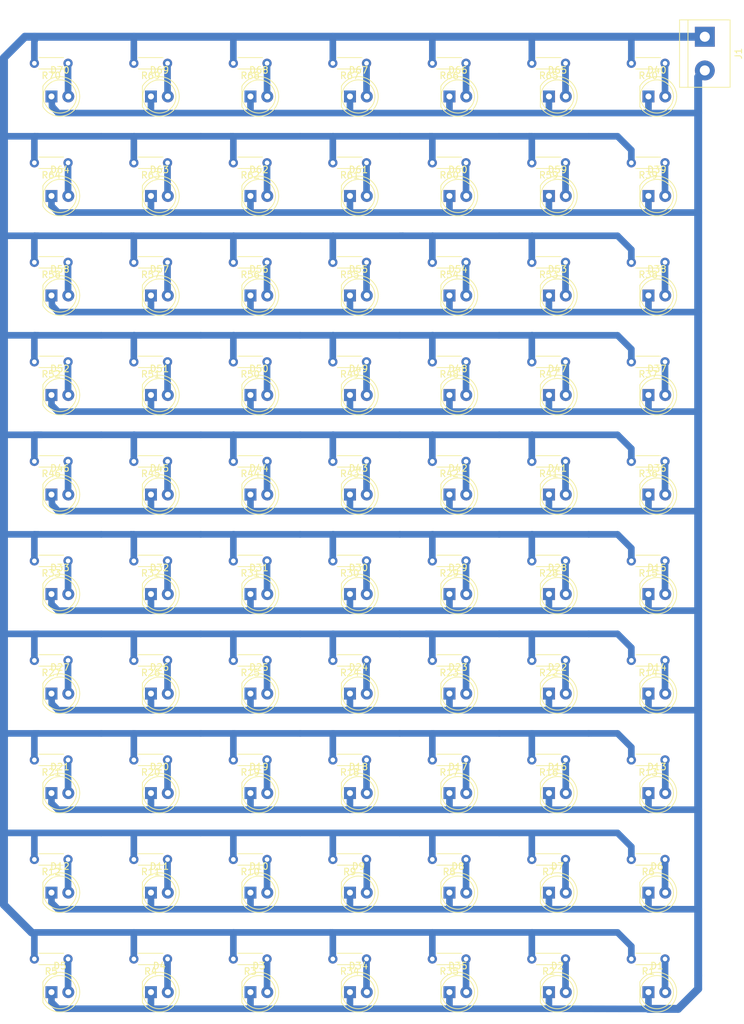
<source format=kicad_pcb>
(kicad_pcb (version 4) (host pcbnew 4.0.6)
  (layers (0 F.Cu signal) (31 B.Cu signal) (35 F.Paste user) (37 F.SilkS user) (39 F.Mask user) (44 Edge.Cuts user))
  (net 0 "")
  (net 1 GND)
  (net 2 "Net-(D1-Pad2)")
  (net 3 "Net-(D2-Pad2)")
  (net 4 "Net-(D3-Pad2)")
  (net 5 "Net-(D4-Pad2)")
  (net 6 "Net-(D5-Pad2)")
  (net 7 "Net-(D6-Pad2)")
  (net 8 "Net-(D7-Pad2)")
  (net 9 "Net-(D8-Pad2)")
  (net 10 "Net-(D9-Pad2)")
  (net 11 "Net-(D10-Pad2)")
  (net 12 "Net-(D11-Pad2)")
  (net 13 "Net-(D12-Pad2)")
  (net 14 "Net-(D13-Pad2)")
  (net 15 "Net-(D14-Pad2)")
  (net 16 "Net-(D15-Pad2)")
  (net 17 "Net-(D16-Pad2)")
  (net 18 "Net-(D17-Pad2)")
  (net 19 "Net-(D18-Pad2)")
  (net 20 "Net-(D19-Pad2)")
  (net 21 "Net-(D20-Pad2)")
  (net 22 "Net-(D21-Pad2)")
  (net 23 "Net-(D22-Pad2)")
  (net 24 "Net-(D23-Pad2)")
  (net 25 "Net-(D24-Pad2)")
  (net 26 "Net-(D25-Pad2)")
  (net 27 "Net-(D26-Pad2)")
  (net 28 "Net-(D27-Pad2)")
  (net 29 "Net-(D28-Pad2)")
  (net 30 "Net-(D29-Pad2)")
  (net 31 "Net-(D30-Pad2)")
  (net 32 "Net-(D31-Pad2)")
  (net 33 "Net-(D32-Pad2)")
  (net 34 "Net-(D33-Pad2)")
  (net 35 +5V)
  (net 36 "Net-(D34-Pad2)")
  (net 37 "Net-(D35-Pad2)")
  (net 38 "Net-(D36-Pad2)")
  (net 39 "Net-(D37-Pad2)")
  (net 40 "Net-(D38-Pad2)")
  (net 41 "Net-(D39-Pad2)")
  (net 42 "Net-(D40-Pad2)")
  (net 43 "Net-(D41-Pad2)")
  (net 44 "Net-(D42-Pad2)")
  (net 45 "Net-(D43-Pad2)")
  (net 46 "Net-(D44-Pad2)")
  (net 47 "Net-(D45-Pad2)")
  (net 48 "Net-(D46-Pad2)")
  (net 49 "Net-(D47-Pad2)")
  (net 50 "Net-(D48-Pad2)")
  (net 51 "Net-(D49-Pad2)")
  (net 52 "Net-(D50-Pad2)")
  (net 53 "Net-(D51-Pad2)")
  (net 54 "Net-(D52-Pad2)")
  (net 55 "Net-(D53-Pad2)")
  (net 56 "Net-(D54-Pad2)")
  (net 57 "Net-(D55-Pad2)")
  (net 58 "Net-(D56-Pad2)")
  (net 59 "Net-(D57-Pad2)")
  (net 60 "Net-(D58-Pad2)")
  (net 61 "Net-(D59-Pad2)")
  (net 62 "Net-(D60-Pad2)")
  (net 63 "Net-(D61-Pad2)")
  (net 64 "Net-(D62-Pad2)")
  (net 65 "Net-(D63-Pad2)")
  (net 66 "Net-(D64-Pad2)")
  (net 67 "Net-(D65-Pad2)")
  (net 68 "Net-(D66-Pad2)")
  (net 69 "Net-(D67-Pad2)")
  (net 70 "Net-(D68-Pad2)")
  (net 71 "Net-(D69-Pad2)")
  (net 72 "Net-(D70-Pad2)")
  (module LEDs:LED_D5.0mm (layer F.Cu) (at 145 185)
    (fp_text reference D1 (at 1.27 -3.96) (layer F.SilkS))
    (fp_text value LED)
    (pad 1 thru_hole rect (at 0 0) (size 1.8 1.8) (drill 0.9) (layers *.Cu *.Mask) (net 1 GND))
    (pad 2 thru_hole circle (at 2.54 0) (size 1.8 1.8) (drill 0.9) (layers *.Cu *.Mask) (net 2 "Net-(D1-Pad2)"))
  )
  (module LEDs:LED_D5.0mm (layer F.Cu) (at 130 185)
    (fp_text reference D2 (at 1.27 -3.96) (layer F.SilkS))
    (fp_text value LED)
    (pad 1 thru_hole rect (at 0 0) (size 1.8 1.8) (drill 0.9) (layers *.Cu *.Mask) (net 1 GND))
    (pad 2 thru_hole circle (at 2.54 0) (size 1.8 1.8) (drill 0.9) (layers *.Cu *.Mask) (net 3 "Net-(D2-Pad2)"))
  )
  (module LEDs:LED_D5.0mm (layer F.Cu) (at 85 185)
    (fp_text reference D3 (at 1.27 -3.96) (layer F.SilkS))
    (fp_text value LED)
    (pad 1 thru_hole rect (at 0 0) (size 1.8 1.8) (drill 0.9) (layers *.Cu *.Mask) (net 1 GND))
    (pad 2 thru_hole circle (at 2.54 0) (size 1.8 1.8) (drill 0.9) (layers *.Cu *.Mask) (net 4 "Net-(D3-Pad2)"))
  )
  (module LEDs:LED_D5.0mm (layer F.Cu) (at 70 185)
    (fp_text reference D4 (at 1.27 -3.96) (layer F.SilkS))
    (fp_text value LED)
    (pad 1 thru_hole rect (at 0 0) (size 1.8 1.8) (drill 0.9) (layers *.Cu *.Mask) (net 1 GND))
    (pad 2 thru_hole circle (at 2.54 0) (size 1.8 1.8) (drill 0.9) (layers *.Cu *.Mask) (net 5 "Net-(D4-Pad2)"))
  )
  (module LEDs:LED_D5.0mm (layer F.Cu) (at 55 185)
    (fp_text reference D5 (at 1.27 -3.96) (layer F.SilkS))
    (fp_text value LED)
    (pad 1 thru_hole rect (at 0 0) (size 1.8 1.8) (drill 0.9) (layers *.Cu *.Mask) (net 1 GND))
    (pad 2 thru_hole circle (at 2.54 0) (size 1.8 1.8) (drill 0.9) (layers *.Cu *.Mask) (net 6 "Net-(D5-Pad2)"))
  )
  (module LEDs:LED_D5.0mm (layer F.Cu) (at 145 170)
    (fp_text reference D6 (at 1.27 -3.96) (layer F.SilkS))
    (fp_text value LED)
    (pad 1 thru_hole rect (at 0 0) (size 1.8 1.8) (drill 0.9) (layers *.Cu *.Mask) (net 1 GND))
    (pad 2 thru_hole circle (at 2.54 0) (size 1.8 1.8) (drill 0.9) (layers *.Cu *.Mask) (net 7 "Net-(D6-Pad2)"))
  )
  (module LEDs:LED_D5.0mm (layer F.Cu) (at 130 170)
    (fp_text reference D7 (at 1.27 -3.96) (layer F.SilkS))
    (fp_text value LED)
    (pad 1 thru_hole rect (at 0 0) (size 1.8 1.8) (drill 0.9) (layers *.Cu *.Mask) (net 1 GND))
    (pad 2 thru_hole circle (at 2.54 0) (size 1.8 1.8) (drill 0.9) (layers *.Cu *.Mask) (net 8 "Net-(D7-Pad2)"))
  )
  (module LEDs:LED_D5.0mm (layer F.Cu) (at 115 170)
    (fp_text reference D8 (at 1.27 -3.96) (layer F.SilkS))
    (fp_text value LED)
    (pad 1 thru_hole rect (at 0 0) (size 1.8 1.8) (drill 0.9) (layers *.Cu *.Mask) (net 1 GND))
    (pad 2 thru_hole circle (at 2.54 0) (size 1.8 1.8) (drill 0.9) (layers *.Cu *.Mask) (net 9 "Net-(D8-Pad2)"))
  )
  (module LEDs:LED_D5.0mm (layer F.Cu) (at 100 170)
    (fp_text reference D9 (at 1.27 -3.96) (layer F.SilkS))
    (fp_text value LED)
    (pad 1 thru_hole rect (at 0 0) (size 1.8 1.8) (drill 0.9) (layers *.Cu *.Mask) (net 1 GND))
    (pad 2 thru_hole circle (at 2.54 0) (size 1.8 1.8) (drill 0.9) (layers *.Cu *.Mask) (net 10 "Net-(D9-Pad2)"))
  )
  (module LEDs:LED_D5.0mm (layer F.Cu) (at 85 170)
    (fp_text reference D10 (at 1.27 -3.96) (layer F.SilkS))
    (fp_text value LED)
    (pad 1 thru_hole rect (at 0 0) (size 1.8 1.8) (drill 0.9) (layers *.Cu *.Mask) (net 1 GND))
    (pad 2 thru_hole circle (at 2.54 0) (size 1.8 1.8) (drill 0.9) (layers *.Cu *.Mask) (net 11 "Net-(D10-Pad2)"))
  )
  (module LEDs:LED_D5.0mm (layer F.Cu) (at 70 170)
    (fp_text reference D11 (at 1.27 -3.96) (layer F.SilkS))
    (fp_text value LED)
    (pad 1 thru_hole rect (at 0 0) (size 1.8 1.8) (drill 0.9) (layers *.Cu *.Mask) (net 1 GND))
    (pad 2 thru_hole circle (at 2.54 0) (size 1.8 1.8) (drill 0.9) (layers *.Cu *.Mask) (net 12 "Net-(D11-Pad2)"))
  )
  (module LEDs:LED_D5.0mm (layer F.Cu) (at 55 170)
    (fp_text reference D12 (at 1.27 -3.96) (layer F.SilkS))
    (fp_text value LED)
    (pad 1 thru_hole rect (at 0 0) (size 1.8 1.8) (drill 0.9) (layers *.Cu *.Mask) (net 1 GND))
    (pad 2 thru_hole circle (at 2.54 0) (size 1.8 1.8) (drill 0.9) (layers *.Cu *.Mask) (net 13 "Net-(D12-Pad2)"))
  )
  (module LEDs:LED_D5.0mm (layer F.Cu) (at 145 155)
    (fp_text reference D13 (at 1.27 -3.96) (layer F.SilkS))
    (fp_text value LED)
    (pad 1 thru_hole rect (at 0 0) (size 1.8 1.8) (drill 0.9) (layers *.Cu *.Mask) (net 1 GND))
    (pad 2 thru_hole circle (at 2.54 0) (size 1.8 1.8) (drill 0.9) (layers *.Cu *.Mask) (net 14 "Net-(D13-Pad2)"))
  )
  (module LEDs:LED_D5.0mm (layer F.Cu) (at 145 140)
    (fp_text reference D14 (at 1.27 -3.96) (layer F.SilkS))
    (fp_text value LED)
    (pad 1 thru_hole rect (at 0 0) (size 1.8 1.8) (drill 0.9) (layers *.Cu *.Mask) (net 1 GND))
    (pad 2 thru_hole circle (at 2.54 0) (size 1.8 1.8) (drill 0.9) (layers *.Cu *.Mask) (net 15 "Net-(D14-Pad2)"))
  )
  (module LEDs:LED_D5.0mm (layer F.Cu) (at 145 125)
    (fp_text reference D15 (at 1.27 -3.96) (layer F.SilkS))
    (fp_text value LED)
    (pad 1 thru_hole rect (at 0 0) (size 1.8 1.8) (drill 0.9) (layers *.Cu *.Mask) (net 1 GND))
    (pad 2 thru_hole circle (at 2.54 0) (size 1.8 1.8) (drill 0.9) (layers *.Cu *.Mask) (net 16 "Net-(D15-Pad2)"))
  )
  (module LEDs:LED_D5.0mm (layer F.Cu) (at 130 155)
    (fp_text reference D16 (at 1.27 -3.96) (layer F.SilkS))
    (fp_text value LED)
    (pad 1 thru_hole rect (at 0 0) (size 1.8 1.8) (drill 0.9) (layers *.Cu *.Mask) (net 1 GND))
    (pad 2 thru_hole circle (at 2.54 0) (size 1.8 1.8) (drill 0.9) (layers *.Cu *.Mask) (net 17 "Net-(D16-Pad2)"))
  )
  (module LEDs:LED_D5.0mm (layer F.Cu) (at 115 155)
    (fp_text reference D17 (at 1.27 -3.96) (layer F.SilkS))
    (fp_text value LED)
    (pad 1 thru_hole rect (at 0 0) (size 1.8 1.8) (drill 0.9) (layers *.Cu *.Mask) (net 1 GND))
    (pad 2 thru_hole circle (at 2.54 0) (size 1.8 1.8) (drill 0.9) (layers *.Cu *.Mask) (net 18 "Net-(D17-Pad2)"))
  )
  (module LEDs:LED_D5.0mm (layer F.Cu) (at 100 155)
    (fp_text reference D18 (at 1.27 -3.96) (layer F.SilkS))
    (fp_text value LED)
    (pad 1 thru_hole rect (at 0 0) (size 1.8 1.8) (drill 0.9) (layers *.Cu *.Mask) (net 1 GND))
    (pad 2 thru_hole circle (at 2.54 0) (size 1.8 1.8) (drill 0.9) (layers *.Cu *.Mask) (net 19 "Net-(D18-Pad2)"))
  )
  (module LEDs:LED_D5.0mm (layer F.Cu) (at 85 155)
    (fp_text reference D19 (at 1.27 -3.96) (layer F.SilkS))
    (fp_text value LED)
    (pad 1 thru_hole rect (at 0 0) (size 1.8 1.8) (drill 0.9) (layers *.Cu *.Mask) (net 1 GND))
    (pad 2 thru_hole circle (at 2.54 0) (size 1.8 1.8) (drill 0.9) (layers *.Cu *.Mask) (net 20 "Net-(D19-Pad2)"))
  )
  (module LEDs:LED_D5.0mm (layer F.Cu) (at 70 155)
    (fp_text reference D20 (at 1.27 -3.96) (layer F.SilkS))
    (fp_text value LED)
    (pad 1 thru_hole rect (at 0 0) (size 1.8 1.8) (drill 0.9) (layers *.Cu *.Mask) (net 1 GND))
    (pad 2 thru_hole circle (at 2.54 0) (size 1.8 1.8) (drill 0.9) (layers *.Cu *.Mask) (net 21 "Net-(D20-Pad2)"))
  )
  (module LEDs:LED_D5.0mm (layer F.Cu) (at 55 155)
    (fp_text reference D21 (at 1.27 -3.96) (layer F.SilkS))
    (fp_text value LED)
    (pad 1 thru_hole rect (at 0 0) (size 1.8 1.8) (drill 0.9) (layers *.Cu *.Mask) (net 1 GND))
    (pad 2 thru_hole circle (at 2.54 0) (size 1.8 1.8) (drill 0.9) (layers *.Cu *.Mask) (net 22 "Net-(D21-Pad2)"))
  )
  (module LEDs:LED_D5.0mm (layer F.Cu) (at 130 140)
    (fp_text reference D22 (at 1.27 -3.96) (layer F.SilkS))
    (fp_text value LED)
    (pad 1 thru_hole rect (at 0 0) (size 1.8 1.8) (drill 0.9) (layers *.Cu *.Mask) (net 1 GND))
    (pad 2 thru_hole circle (at 2.54 0) (size 1.8 1.8) (drill 0.9) (layers *.Cu *.Mask) (net 23 "Net-(D22-Pad2)"))
  )
  (module LEDs:LED_D5.0mm (layer F.Cu) (at 115 140)
    (fp_text reference D23 (at 1.27 -3.96) (layer F.SilkS))
    (fp_text value LED)
    (pad 1 thru_hole rect (at 0 0) (size 1.8 1.8) (drill 0.9) (layers *.Cu *.Mask) (net 1 GND))
    (pad 2 thru_hole circle (at 2.54 0) (size 1.8 1.8) (drill 0.9) (layers *.Cu *.Mask) (net 24 "Net-(D23-Pad2)"))
  )
  (module LEDs:LED_D5.0mm (layer F.Cu) (at 100 140)
    (fp_text reference D24 (at 1.27 -3.96) (layer F.SilkS))
    (fp_text value LED)
    (pad 1 thru_hole rect (at 0 0) (size 1.8 1.8) (drill 0.9) (layers *.Cu *.Mask) (net 1 GND))
    (pad 2 thru_hole circle (at 2.54 0) (size 1.8 1.8) (drill 0.9) (layers *.Cu *.Mask) (net 25 "Net-(D24-Pad2)"))
  )
  (module LEDs:LED_D5.0mm (layer F.Cu) (at 85 140)
    (fp_text reference D25 (at 1.27 -3.96) (layer F.SilkS))
    (fp_text value LED)
    (pad 1 thru_hole rect (at 0 0) (size 1.8 1.8) (drill 0.9) (layers *.Cu *.Mask) (net 1 GND))
    (pad 2 thru_hole circle (at 2.54 0) (size 1.8 1.8) (drill 0.9) (layers *.Cu *.Mask) (net 26 "Net-(D25-Pad2)"))
  )
  (module LEDs:LED_D5.0mm (layer F.Cu) (at 70 140)
    (fp_text reference D26 (at 1.27 -3.96) (layer F.SilkS))
    (fp_text value LED)
    (pad 1 thru_hole rect (at 0 0) (size 1.8 1.8) (drill 0.9) (layers *.Cu *.Mask) (net 1 GND))
    (pad 2 thru_hole circle (at 2.54 0) (size 1.8 1.8) (drill 0.9) (layers *.Cu *.Mask) (net 27 "Net-(D26-Pad2)"))
  )
  (module LEDs:LED_D5.0mm (layer F.Cu) (at 55 140)
    (fp_text reference D27 (at 1.27 -3.96) (layer F.SilkS))
    (fp_text value LED)
    (pad 1 thru_hole rect (at 0 0) (size 1.8 1.8) (drill 0.9) (layers *.Cu *.Mask) (net 1 GND))
    (pad 2 thru_hole circle (at 2.54 0) (size 1.8 1.8) (drill 0.9) (layers *.Cu *.Mask) (net 28 "Net-(D27-Pad2)"))
  )
  (module LEDs:LED_D5.0mm (layer F.Cu) (at 130 125)
    (fp_text reference D28 (at 1.27 -3.96) (layer F.SilkS))
    (fp_text value LED)
    (pad 1 thru_hole rect (at 0 0) (size 1.8 1.8) (drill 0.9) (layers *.Cu *.Mask) (net 1 GND))
    (pad 2 thru_hole circle (at 2.54 0) (size 1.8 1.8) (drill 0.9) (layers *.Cu *.Mask) (net 29 "Net-(D28-Pad2)"))
  )
  (module LEDs:LED_D5.0mm (layer F.Cu) (at 115 125)
    (fp_text reference D29 (at 1.27 -3.96) (layer F.SilkS))
    (fp_text value LED)
    (pad 1 thru_hole rect (at 0 0) (size 1.8 1.8) (drill 0.9) (layers *.Cu *.Mask) (net 1 GND))
    (pad 2 thru_hole circle (at 2.54 0) (size 1.8 1.8) (drill 0.9) (layers *.Cu *.Mask) (net 30 "Net-(D29-Pad2)"))
  )
  (module LEDs:LED_D5.0mm (layer F.Cu) (at 100 125)
    (fp_text reference D30 (at 1.27 -3.96) (layer F.SilkS))
    (fp_text value LED)
    (pad 1 thru_hole rect (at 0 0) (size 1.8 1.8) (drill 0.9) (layers *.Cu *.Mask) (net 1 GND))
    (pad 2 thru_hole circle (at 2.54 0) (size 1.8 1.8) (drill 0.9) (layers *.Cu *.Mask) (net 31 "Net-(D30-Pad2)"))
  )
  (module LEDs:LED_D5.0mm (layer F.Cu) (at 85 125)
    (fp_text reference D31 (at 1.27 -3.96) (layer F.SilkS))
    (fp_text value LED)
    (pad 1 thru_hole rect (at 0 0) (size 1.8 1.8) (drill 0.9) (layers *.Cu *.Mask) (net 1 GND))
    (pad 2 thru_hole circle (at 2.54 0) (size 1.8 1.8) (drill 0.9) (layers *.Cu *.Mask) (net 32 "Net-(D31-Pad2)"))
  )
  (module LEDs:LED_D5.0mm (layer F.Cu) (at 70 125)
    (fp_text reference D32 (at 1.27 -3.96) (layer F.SilkS))
    (fp_text value LED)
    (pad 1 thru_hole rect (at 0 0) (size 1.8 1.8) (drill 0.9) (layers *.Cu *.Mask) (net 1 GND))
    (pad 2 thru_hole circle (at 2.54 0) (size 1.8 1.8) (drill 0.9) (layers *.Cu *.Mask) (net 33 "Net-(D32-Pad2)"))
  )
  (module LEDs:LED_D5.0mm (layer F.Cu) (at 100 185)
    (fp_text reference D34 (at 1.27 -3.96) (layer F.SilkS))
    (fp_text value LED)
    (pad 1 thru_hole rect (at 0 0) (size 1.8 1.8) (drill 0.9) (layers *.Cu *.Mask) (net 1 GND))
    (pad 2 thru_hole circle (at 2.54 0) (size 1.8 1.8) (drill 0.9) (layers *.Cu *.Mask) (net 36 "Net-(D34-Pad2)"))
  )
  (module LEDs:LED_D5.0mm (layer F.Cu) (at 115 185)
    (fp_text reference D35 (at 1.27 -3.96) (layer F.SilkS))
    (fp_text value LED)
    (pad 1 thru_hole rect (at 0 0) (size 1.8 1.8) (drill 0.9) (layers *.Cu *.Mask) (net 1 GND))
    (pad 2 thru_hole circle (at 2.54 0) (size 1.8 1.8) (drill 0.9) (layers *.Cu *.Mask) (net 37 "Net-(D35-Pad2)"))
  )
  (module LEDs:LED_D5.0mm (layer F.Cu) (at 55 125)
    (fp_text reference D33 (at 1.27 -3.96) (layer F.SilkS))
    (fp_text value LED)
    (pad 1 thru_hole rect (at 0 0) (size 1.8 1.8) (drill 0.9) (layers *.Cu *.Mask) (net 1 GND))
    (pad 2 thru_hole circle (at 2.54 0) (size 1.8 1.8) (drill 0.9) (layers *.Cu *.Mask) (net 34 "Net-(D33-Pad2)"))
  )
  (module LEDs:LED_D5.0mm (layer F.Cu) (at 145 110)
    (fp_text reference D36 (at 1.27 -3.96) (layer F.SilkS))
    (fp_text value LED)
    (pad 1 thru_hole rect (at 0 0) (size 1.8 1.8) (drill 0.9) (layers *.Cu *.Mask) (net 1 GND))
    (pad 2 thru_hole circle (at 2.54 0) (size 1.8 1.8) (drill 0.9) (layers *.Cu *.Mask) (net 38 "Net-(D36-Pad2)"))
  )
  (module LEDs:LED_D5.0mm (layer F.Cu) (at 145 95)
    (fp_text reference D37 (at 1.27 -3.96) (layer F.SilkS))
    (fp_text value LED)
    (pad 1 thru_hole rect (at 0 0) (size 1.8 1.8) (drill 0.9) (layers *.Cu *.Mask) (net 1 GND))
    (pad 2 thru_hole circle (at 2.54 0) (size 1.8 1.8) (drill 0.9) (layers *.Cu *.Mask) (net 39 "Net-(D37-Pad2)"))
  )
  (module LEDs:LED_D5.0mm (layer F.Cu) (at 145 80)
    (fp_text reference D38 (at 1.27 -3.96) (layer F.SilkS))
    (fp_text value LED)
    (pad 1 thru_hole rect (at 0 0) (size 1.8 1.8) (drill 0.9) (layers *.Cu *.Mask) (net 1 GND))
    (pad 2 thru_hole circle (at 2.54 0) (size 1.8 1.8) (drill 0.9) (layers *.Cu *.Mask) (net 40 "Net-(D38-Pad2)"))
  )
  (module LEDs:LED_D5.0mm (layer F.Cu) (at 145 65)
    (fp_text reference D39 (at 1.27 -3.96) (layer F.SilkS))
    (fp_text value LED)
    (pad 1 thru_hole rect (at 0 0) (size 1.8 1.8) (drill 0.9) (layers *.Cu *.Mask) (net 1 GND))
    (pad 2 thru_hole circle (at 2.54 0) (size 1.8 1.8) (drill 0.9) (layers *.Cu *.Mask) (net 41 "Net-(D39-Pad2)"))
  )
  (module LEDs:LED_D5.0mm (layer F.Cu) (at 145 50)
    (fp_text reference D40 (at 1.27 -3.96) (layer F.SilkS))
    (fp_text value LED)
    (pad 1 thru_hole rect (at 0 0) (size 1.8 1.8) (drill 0.9) (layers *.Cu *.Mask) (net 1 GND))
    (pad 2 thru_hole circle (at 2.54 0) (size 1.8 1.8) (drill 0.9) (layers *.Cu *.Mask) (net 42 "Net-(D40-Pad2)"))
  )
  (module LEDs:LED_D5.0mm (layer F.Cu) (at 130 110)
    (fp_text reference D41 (at 1.27 -3.96) (layer F.SilkS))
    (fp_text value LED)
    (pad 1 thru_hole rect (at 0 0) (size 1.8 1.8) (drill 0.9) (layers *.Cu *.Mask) (net 1 GND))
    (pad 2 thru_hole circle (at 2.54 0) (size 1.8 1.8) (drill 0.9) (layers *.Cu *.Mask) (net 43 "Net-(D41-Pad2)"))
  )
  (module LEDs:LED_D5.0mm (layer F.Cu) (at 115 110)
    (fp_text reference D42 (at 1.27 -3.96) (layer F.SilkS))
    (fp_text value LED)
    (pad 1 thru_hole rect (at 0 0) (size 1.8 1.8) (drill 0.9) (layers *.Cu *.Mask) (net 1 GND))
    (pad 2 thru_hole circle (at 2.54 0) (size 1.8 1.8) (drill 0.9) (layers *.Cu *.Mask) (net 44 "Net-(D42-Pad2)"))
  )
  (module LEDs:LED_D5.0mm (layer F.Cu) (at 100 110)
    (fp_text reference D43 (at 1.27 -3.96) (layer F.SilkS))
    (fp_text value LED)
    (pad 1 thru_hole rect (at 0 0) (size 1.8 1.8) (drill 0.9) (layers *.Cu *.Mask) (net 1 GND))
    (pad 2 thru_hole circle (at 2.54 0) (size 1.8 1.8) (drill 0.9) (layers *.Cu *.Mask) (net 45 "Net-(D43-Pad2)"))
  )
  (module LEDs:LED_D5.0mm (layer F.Cu) (at 85 110)
    (fp_text reference D44 (at 1.27 -3.96) (layer F.SilkS))
    (fp_text value LED)
    (pad 1 thru_hole rect (at 0 0) (size 1.8 1.8) (drill 0.9) (layers *.Cu *.Mask) (net 1 GND))
    (pad 2 thru_hole circle (at 2.54 0) (size 1.8 1.8) (drill 0.9) (layers *.Cu *.Mask) (net 46 "Net-(D44-Pad2)"))
  )
  (module LEDs:LED_D5.0mm (layer F.Cu) (at 70 110)
    (fp_text reference D45 (at 1.27 -3.96) (layer F.SilkS))
    (fp_text value LED)
    (pad 1 thru_hole rect (at 0 0) (size 1.8 1.8) (drill 0.9) (layers *.Cu *.Mask) (net 1 GND))
    (pad 2 thru_hole circle (at 2.54 0) (size 1.8 1.8) (drill 0.9) (layers *.Cu *.Mask) (net 47 "Net-(D45-Pad2)"))
  )
  (module LEDs:LED_D5.0mm (layer F.Cu) (at 55 110)
    (fp_text reference D46 (at 1.27 -3.96) (layer F.SilkS))
    (fp_text value LED)
    (pad 1 thru_hole rect (at 0 0) (size 1.8 1.8) (drill 0.9) (layers *.Cu *.Mask) (net 1 GND))
    (pad 2 thru_hole circle (at 2.54 0) (size 1.8 1.8) (drill 0.9) (layers *.Cu *.Mask) (net 48 "Net-(D46-Pad2)"))
  )
  (module LEDs:LED_D5.0mm (layer F.Cu) (at 130 95)
    (fp_text reference D47 (at 1.27 -3.96) (layer F.SilkS))
    (fp_text value LED)
    (pad 1 thru_hole rect (at 0 0) (size 1.8 1.8) (drill 0.9) (layers *.Cu *.Mask) (net 1 GND))
    (pad 2 thru_hole circle (at 2.54 0) (size 1.8 1.8) (drill 0.9) (layers *.Cu *.Mask) (net 49 "Net-(D47-Pad2)"))
  )
  (module LEDs:LED_D5.0mm (layer F.Cu) (at 115 95)
    (fp_text reference D48 (at 1.27 -3.96) (layer F.SilkS))
    (fp_text value LED)
    (pad 1 thru_hole rect (at 0 0) (size 1.8 1.8) (drill 0.9) (layers *.Cu *.Mask) (net 1 GND))
    (pad 2 thru_hole circle (at 2.54 0) (size 1.8 1.8) (drill 0.9) (layers *.Cu *.Mask) (net 50 "Net-(D48-Pad2)"))
  )
  (module LEDs:LED_D5.0mm (layer F.Cu) (at 100 95)
    (fp_text reference D49 (at 1.27 -3.96) (layer F.SilkS))
    (fp_text value LED)
    (pad 1 thru_hole rect (at 0 0) (size 1.8 1.8) (drill 0.9) (layers *.Cu *.Mask) (net 1 GND))
    (pad 2 thru_hole circle (at 2.54 0) (size 1.8 1.8) (drill 0.9) (layers *.Cu *.Mask) (net 51 "Net-(D49-Pad2)"))
  )
  (module LEDs:LED_D5.0mm (layer F.Cu) (at 85 95)
    (fp_text reference D50 (at 1.27 -3.96) (layer F.SilkS))
    (fp_text value LED)
    (pad 1 thru_hole rect (at 0 0) (size 1.8 1.8) (drill 0.9) (layers *.Cu *.Mask) (net 1 GND))
    (pad 2 thru_hole circle (at 2.54 0) (size 1.8 1.8) (drill 0.9) (layers *.Cu *.Mask) (net 52 "Net-(D50-Pad2)"))
  )
  (module LEDs:LED_D5.0mm (layer F.Cu) (at 70 95)
    (fp_text reference D51 (at 1.27 -3.96) (layer F.SilkS))
    (fp_text value LED)
    (pad 1 thru_hole rect (at 0 0) (size 1.8 1.8) (drill 0.9) (layers *.Cu *.Mask) (net 1 GND))
    (pad 2 thru_hole circle (at 2.54 0) (size 1.8 1.8) (drill 0.9) (layers *.Cu *.Mask) (net 53 "Net-(D51-Pad2)"))
  )
  (module LEDs:LED_D5.0mm (layer F.Cu) (at 55 95)
    (fp_text reference D52 (at 1.27 -3.96) (layer F.SilkS))
    (fp_text value LED)
    (pad 1 thru_hole rect (at 0 0) (size 1.8 1.8) (drill 0.9) (layers *.Cu *.Mask) (net 1 GND))
    (pad 2 thru_hole circle (at 2.54 0) (size 1.8 1.8) (drill 0.9) (layers *.Cu *.Mask) (net 54 "Net-(D52-Pad2)"))
  )
  (module LEDs:LED_D5.0mm (layer F.Cu) (at 130 80)
    (fp_text reference D53 (at 1.27 -3.96) (layer F.SilkS))
    (fp_text value LED)
    (pad 1 thru_hole rect (at 0 0) (size 1.8 1.8) (drill 0.9) (layers *.Cu *.Mask) (net 1 GND))
    (pad 2 thru_hole circle (at 2.54 0) (size 1.8 1.8) (drill 0.9) (layers *.Cu *.Mask) (net 55 "Net-(D53-Pad2)"))
  )
  (module LEDs:LED_D5.0mm (layer F.Cu) (at 115 80)
    (fp_text reference D54 (at 1.27 -3.96) (layer F.SilkS))
    (fp_text value LED)
    (pad 1 thru_hole rect (at 0 0) (size 1.8 1.8) (drill 0.9) (layers *.Cu *.Mask) (net 1 GND))
    (pad 2 thru_hole circle (at 2.54 0) (size 1.8 1.8) (drill 0.9) (layers *.Cu *.Mask) (net 56 "Net-(D54-Pad2)"))
  )
  (module LEDs:LED_D5.0mm (layer F.Cu) (at 100 80)
    (fp_text reference D55 (at 1.27 -3.96) (layer F.SilkS))
    (fp_text value LED)
    (pad 1 thru_hole rect (at 0 0) (size 1.8 1.8) (drill 0.9) (layers *.Cu *.Mask) (net 1 GND))
    (pad 2 thru_hole circle (at 2.54 0) (size 1.8 1.8) (drill 0.9) (layers *.Cu *.Mask) (net 57 "Net-(D55-Pad2)"))
  )
  (module LEDs:LED_D5.0mm (layer F.Cu) (at 85 80)
    (fp_text reference D56 (at 1.27 -3.96) (layer F.SilkS))
    (fp_text value LED)
    (pad 1 thru_hole rect (at 0 0) (size 1.8 1.8) (drill 0.9) (layers *.Cu *.Mask) (net 1 GND))
    (pad 2 thru_hole circle (at 2.54 0) (size 1.8 1.8) (drill 0.9) (layers *.Cu *.Mask) (net 58 "Net-(D56-Pad2)"))
  )
  (module LEDs:LED_D5.0mm (layer F.Cu) (at 70 80)
    (fp_text reference D57 (at 1.27 -3.96) (layer F.SilkS))
    (fp_text value LED)
    (pad 1 thru_hole rect (at 0 0) (size 1.8 1.8) (drill 0.9) (layers *.Cu *.Mask) (net 1 GND))
    (pad 2 thru_hole circle (at 2.54 0) (size 1.8 1.8) (drill 0.9) (layers *.Cu *.Mask) (net 59 "Net-(D57-Pad2)"))
  )
  (module LEDs:LED_D5.0mm (layer F.Cu) (at 55 80)
    (fp_text reference D58 (at 1.27 -3.96) (layer F.SilkS))
    (fp_text value LED)
    (pad 1 thru_hole rect (at 0 0) (size 1.8 1.8) (drill 0.9) (layers *.Cu *.Mask) (net 1 GND))
    (pad 2 thru_hole circle (at 2.54 0) (size 1.8 1.8) (drill 0.9) (layers *.Cu *.Mask) (net 60 "Net-(D58-Pad2)"))
  )
  (module LEDs:LED_D5.0mm (layer F.Cu) (at 130 65)
    (fp_text reference D59 (at 1.27 -3.96) (layer F.SilkS))
    (fp_text value LED)
    (pad 1 thru_hole rect (at 0 0) (size 1.8 1.8) (drill 0.9) (layers *.Cu *.Mask) (net 1 GND))
    (pad 2 thru_hole circle (at 2.54 0) (size 1.8 1.8) (drill 0.9) (layers *.Cu *.Mask) (net 61 "Net-(D59-Pad2)"))
  )
  (module LEDs:LED_D5.0mm (layer F.Cu) (at 115 65)
    (fp_text reference D60 (at 1.27 -3.96) (layer F.SilkS))
    (fp_text value LED)
    (pad 1 thru_hole rect (at 0 0) (size 1.8 1.8) (drill 0.9) (layers *.Cu *.Mask) (net 1 GND))
    (pad 2 thru_hole circle (at 2.54 0) (size 1.8 1.8) (drill 0.9) (layers *.Cu *.Mask) (net 62 "Net-(D60-Pad2)"))
  )
  (module LEDs:LED_D5.0mm (layer F.Cu) (at 100 65)
    (fp_text reference D61 (at 1.27 -3.96) (layer F.SilkS))
    (fp_text value LED)
    (pad 1 thru_hole rect (at 0 0) (size 1.8 1.8) (drill 0.9) (layers *.Cu *.Mask) (net 1 GND))
    (pad 2 thru_hole circle (at 2.54 0) (size 1.8 1.8) (drill 0.9) (layers *.Cu *.Mask) (net 63 "Net-(D61-Pad2)"))
  )
  (module LEDs:LED_D5.0mm (layer F.Cu) (at 85 65)
    (fp_text reference D62 (at 1.27 -3.96) (layer F.SilkS))
    (fp_text value LED)
    (pad 1 thru_hole rect (at 0 0) (size 1.8 1.8) (drill 0.9) (layers *.Cu *.Mask) (net 1 GND))
    (pad 2 thru_hole circle (at 2.54 0) (size 1.8 1.8) (drill 0.9) (layers *.Cu *.Mask) (net 64 "Net-(D62-Pad2)"))
  )
  (module LEDs:LED_D5.0mm (layer F.Cu) (at 70 65)
    (fp_text reference D63 (at 1.27 -3.96) (layer F.SilkS))
    (fp_text value LED)
    (pad 1 thru_hole rect (at 0 0) (size 1.8 1.8) (drill 0.9) (layers *.Cu *.Mask) (net 1 GND))
    (pad 2 thru_hole circle (at 2.54 0) (size 1.8 1.8) (drill 0.9) (layers *.Cu *.Mask) (net 65 "Net-(D63-Pad2)"))
  )
  (module LEDs:LED_D5.0mm (layer F.Cu) (at 55 65)
    (fp_text reference D64 (at 1.27 -3.96) (layer F.SilkS))
    (fp_text value LED)
    (pad 1 thru_hole rect (at 0 0) (size 1.8 1.8) (drill 0.9) (layers *.Cu *.Mask) (net 1 GND))
    (pad 2 thru_hole circle (at 2.54 0) (size 1.8 1.8) (drill 0.9) (layers *.Cu *.Mask) (net 66 "Net-(D64-Pad2)"))
  )
  (module LEDs:LED_D5.0mm (layer F.Cu) (at 130 50)
    (fp_text reference D65 (at 1.27 -3.96) (layer F.SilkS))
    (fp_text value LED)
    (pad 1 thru_hole rect (at 0 0) (size 1.8 1.8) (drill 0.9) (layers *.Cu *.Mask) (net 1 GND))
    (pad 2 thru_hole circle (at 2.54 0) (size 1.8 1.8) (drill 0.9) (layers *.Cu *.Mask) (net 67 "Net-(D65-Pad2)"))
  )
  (module LEDs:LED_D5.0mm (layer F.Cu) (at 115 50)
    (fp_text reference D66 (at 1.27 -3.96) (layer F.SilkS))
    (fp_text value LED)
    (pad 1 thru_hole rect (at 0 0) (size 1.8 1.8) (drill 0.9) (layers *.Cu *.Mask) (net 1 GND))
    (pad 2 thru_hole circle (at 2.54 0) (size 1.8 1.8) (drill 0.9) (layers *.Cu *.Mask) (net 68 "Net-(D66-Pad2)"))
  )
  (module LEDs:LED_D5.0mm (layer F.Cu) (at 100 50)
    (fp_text reference D67 (at 1.27 -3.96) (layer F.SilkS))
    (fp_text value LED)
    (pad 1 thru_hole rect (at 0 0) (size 1.8 1.8) (drill 0.9) (layers *.Cu *.Mask) (net 1 GND))
    (pad 2 thru_hole circle (at 2.54 0) (size 1.8 1.8) (drill 0.9) (layers *.Cu *.Mask) (net 69 "Net-(D67-Pad2)"))
  )
  (module LEDs:LED_D5.0mm (layer F.Cu) (at 85 50)
    (fp_text reference D68 (at 1.27 -3.96) (layer F.SilkS))
    (fp_text value LED)
    (pad 1 thru_hole rect (at 0 0) (size 1.8 1.8) (drill 0.9) (layers *.Cu *.Mask) (net 1 GND))
    (pad 2 thru_hole circle (at 2.54 0) (size 1.8 1.8) (drill 0.9) (layers *.Cu *.Mask) (net 70 "Net-(D68-Pad2)"))
  )
  (module LEDs:LED_D5.0mm (layer F.Cu) (at 70 50)
    (fp_text reference D69 (at 1.27 -3.96) (layer F.SilkS))
    (fp_text value LED)
    (pad 1 thru_hole rect (at 0 0) (size 1.8 1.8) (drill 0.9) (layers *.Cu *.Mask) (net 1 GND))
    (pad 2 thru_hole circle (at 2.54 0) (size 1.8 1.8) (drill 0.9) (layers *.Cu *.Mask) (net 71 "Net-(D69-Pad2)"))
  )
  (module LEDs:LED_D5.0mm (layer F.Cu) (at 55 50)
    (fp_text reference D70 (at 1.27 -3.96) (layer F.SilkS))
    (fp_text value LED)
    (pad 1 thru_hole rect (at 0 0) (size 1.8 1.8) (drill 0.9) (layers *.Cu *.Mask) (net 1 GND))
    (pad 2 thru_hole circle (at 2.54 0) (size 1.8 1.8) (drill 0.9) (layers *.Cu *.Mask) (net 72 "Net-(D70-Pad2)"))
  )
  (module Connectors:bornier2 (layer F.Cu) (at 153.5 41 270)
    (fp_text reference J1 (at 2.54 -5.08 270) (layer F.SilkS))
    (fp_text value Screw_Terminal_1x02)
    (pad 1 thru_hole rect (at 0 0 270) (size 3 3) (drill 1.52) (layers *.Cu *.Mask) (net 35 +5V))
    (pad 2 thru_hole circle (at 5.08 0 270) (size 3 3) (drill 1.52) (layers *.Cu *.Mask) (net 1 GND))
  )
  (module Resistors_THT:R_Axial_DIN0204_L3.6mm_D1.6mm_P5.08mm_Horizontal (layer F.Cu) (at 147.5 180 180)
    (fp_text reference R1 (at 2.54 -1.86 180) (layer F.SilkS))
    (fp_text value 100)
    (pad 1 thru_hole circle (at 0 0 180) (size 1.4 1.4) (drill 0.7) (layers *.Cu *.Mask) (net 2 "Net-(D1-Pad2)"))
    (pad 2 thru_hole oval (at 5.08 0 180) (size 1.4 1.4) (drill 0.7) (layers *.Cu *.Mask) (net 35 +5V))
  )
  (module Resistors_THT:R_Axial_DIN0204_L3.6mm_D1.6mm_P5.08mm_Horizontal (layer F.Cu) (at 132.5 180 180)
    (fp_text reference R2 (at 2.54 -1.86 180) (layer F.SilkS))
    (fp_text value 100)
    (pad 1 thru_hole circle (at 0 0 180) (size 1.4 1.4) (drill 0.7) (layers *.Cu *.Mask) (net 3 "Net-(D2-Pad2)"))
    (pad 2 thru_hole oval (at 5.08 0 180) (size 1.4 1.4) (drill 0.7) (layers *.Cu *.Mask) (net 35 +5V))
  )
  (module Resistors_THT:R_Axial_DIN0204_L3.6mm_D1.6mm_P5.08mm_Horizontal (layer F.Cu) (at 87.5 180 180)
    (fp_text reference R3 (at 2.54 -1.86 180) (layer F.SilkS))
    (fp_text value 100)
    (pad 1 thru_hole circle (at 0 0 180) (size 1.4 1.4) (drill 0.7) (layers *.Cu *.Mask) (net 4 "Net-(D3-Pad2)"))
    (pad 2 thru_hole oval (at 5.08 0 180) (size 1.4 1.4) (drill 0.7) (layers *.Cu *.Mask) (net 35 +5V))
  )
  (module Resistors_THT:R_Axial_DIN0204_L3.6mm_D1.6mm_P5.08mm_Horizontal (layer F.Cu) (at 72.5 180 180)
    (fp_text reference R4 (at 2.54 -1.86 180) (layer F.SilkS))
    (fp_text value 100)
    (pad 1 thru_hole circle (at 0 0 180) (size 1.4 1.4) (drill 0.7) (layers *.Cu *.Mask) (net 5 "Net-(D4-Pad2)"))
    (pad 2 thru_hole oval (at 5.08 0 180) (size 1.4 1.4) (drill 0.7) (layers *.Cu *.Mask) (net 35 +5V))
  )
  (module Resistors_THT:R_Axial_DIN0204_L3.6mm_D1.6mm_P5.08mm_Horizontal (layer F.Cu) (at 57.5 180 180)
    (fp_text reference R5 (at 2.54 -1.86 180) (layer F.SilkS))
    (fp_text value 100)
    (pad 1 thru_hole circle (at 0 0 180) (size 1.4 1.4) (drill 0.7) (layers *.Cu *.Mask) (net 6 "Net-(D5-Pad2)"))
    (pad 2 thru_hole oval (at 5.08 0 180) (size 1.4 1.4) (drill 0.7) (layers *.Cu *.Mask) (net 35 +5V))
  )
  (module Resistors_THT:R_Axial_DIN0204_L3.6mm_D1.6mm_P5.08mm_Horizontal (layer F.Cu) (at 147.5 165 180)
    (fp_text reference R6 (at 2.54 -1.86 180) (layer F.SilkS))
    (fp_text value 100)
    (pad 1 thru_hole circle (at 0 0 180) (size 1.4 1.4) (drill 0.7) (layers *.Cu *.Mask) (net 7 "Net-(D6-Pad2)"))
    (pad 2 thru_hole oval (at 5.08 0 180) (size 1.4 1.4) (drill 0.7) (layers *.Cu *.Mask) (net 35 +5V))
  )
  (module Resistors_THT:R_Axial_DIN0204_L3.6mm_D1.6mm_P5.08mm_Horizontal (layer F.Cu) (at 132.5 165 180)
    (fp_text reference R7 (at 2.54 -1.86 180) (layer F.SilkS))
    (fp_text value 100)
    (pad 1 thru_hole circle (at 0 0 180) (size 1.4 1.4) (drill 0.7) (layers *.Cu *.Mask) (net 8 "Net-(D7-Pad2)"))
    (pad 2 thru_hole oval (at 5.08 0 180) (size 1.4 1.4) (drill 0.7) (layers *.Cu *.Mask) (net 35 +5V))
  )
  (module Resistors_THT:R_Axial_DIN0204_L3.6mm_D1.6mm_P5.08mm_Horizontal (layer F.Cu) (at 117.5 165 180)
    (fp_text reference R8 (at 2.54 -1.86 180) (layer F.SilkS))
    (fp_text value 100)
    (pad 1 thru_hole circle (at 0 0 180) (size 1.4 1.4) (drill 0.7) (layers *.Cu *.Mask) (net 9 "Net-(D8-Pad2)"))
    (pad 2 thru_hole oval (at 5.08 0 180) (size 1.4 1.4) (drill 0.7) (layers *.Cu *.Mask) (net 35 +5V))
  )
  (module Resistors_THT:R_Axial_DIN0204_L3.6mm_D1.6mm_P5.08mm_Horizontal (layer F.Cu) (at 102.5 165 180)
    (fp_text reference R9 (at 2.54 -1.86 180) (layer F.SilkS))
    (fp_text value 100)
    (pad 1 thru_hole circle (at 0 0 180) (size 1.4 1.4) (drill 0.7) (layers *.Cu *.Mask) (net 10 "Net-(D9-Pad2)"))
    (pad 2 thru_hole oval (at 5.08 0 180) (size 1.4 1.4) (drill 0.7) (layers *.Cu *.Mask) (net 35 +5V))
  )
  (module Resistors_THT:R_Axial_DIN0204_L3.6mm_D1.6mm_P5.08mm_Horizontal (layer F.Cu) (at 87.5 165 180)
    (fp_text reference R10 (at 2.54 -1.86 180) (layer F.SilkS))
    (fp_text value 100)
    (pad 1 thru_hole circle (at 0 0 180) (size 1.4 1.4) (drill 0.7) (layers *.Cu *.Mask) (net 11 "Net-(D10-Pad2)"))
    (pad 2 thru_hole oval (at 5.08 0 180) (size 1.4 1.4) (drill 0.7) (layers *.Cu *.Mask) (net 35 +5V))
  )
  (module Resistors_THT:R_Axial_DIN0204_L3.6mm_D1.6mm_P5.08mm_Horizontal (layer F.Cu) (at 72.5 165 180)
    (fp_text reference R11 (at 2.54 -1.86 180) (layer F.SilkS))
    (fp_text value 100)
    (pad 1 thru_hole circle (at 0 0 180) (size 1.4 1.4) (drill 0.7) (layers *.Cu *.Mask) (net 12 "Net-(D11-Pad2)"))
    (pad 2 thru_hole oval (at 5.08 0 180) (size 1.4 1.4) (drill 0.7) (layers *.Cu *.Mask) (net 35 +5V))
  )
  (module Resistors_THT:R_Axial_DIN0204_L3.6mm_D1.6mm_P5.08mm_Horizontal (layer F.Cu) (at 57.5 165 180)
    (fp_text reference R12 (at 2.54 -1.86 180) (layer F.SilkS))
    (fp_text value 100)
    (pad 1 thru_hole circle (at 0 0 180) (size 1.4 1.4) (drill 0.7) (layers *.Cu *.Mask) (net 13 "Net-(D12-Pad2)"))
    (pad 2 thru_hole oval (at 5.08 0 180) (size 1.4 1.4) (drill 0.7) (layers *.Cu *.Mask) (net 35 +5V))
  )
  (module Resistors_THT:R_Axial_DIN0204_L3.6mm_D1.6mm_P5.08mm_Horizontal (layer F.Cu) (at 147.5 150 180)
    (fp_text reference R13 (at 2.54 -1.86 180) (layer F.SilkS))
    (fp_text value 100)
    (pad 1 thru_hole circle (at 0 0 180) (size 1.4 1.4) (drill 0.7) (layers *.Cu *.Mask) (net 14 "Net-(D13-Pad2)"))
    (pad 2 thru_hole oval (at 5.08 0 180) (size 1.4 1.4) (drill 0.7) (layers *.Cu *.Mask) (net 35 +5V))
  )
  (module Resistors_THT:R_Axial_DIN0204_L3.6mm_D1.6mm_P5.08mm_Horizontal (layer F.Cu) (at 147.5 135 180)
    (fp_text reference R14 (at 2.54 -1.86 180) (layer F.SilkS))
    (fp_text value 100)
    (pad 1 thru_hole circle (at 0 0 180) (size 1.4 1.4) (drill 0.7) (layers *.Cu *.Mask) (net 15 "Net-(D14-Pad2)"))
    (pad 2 thru_hole oval (at 5.08 0 180) (size 1.4 1.4) (drill 0.7) (layers *.Cu *.Mask) (net 35 +5V))
  )
  (module Resistors_THT:R_Axial_DIN0204_L3.6mm_D1.6mm_P5.08mm_Horizontal (layer F.Cu) (at 147.5 120 180)
    (fp_text reference R15 (at 2.54 -1.86 180) (layer F.SilkS))
    (fp_text value 100)
    (pad 1 thru_hole circle (at 0 0 180) (size 1.4 1.4) (drill 0.7) (layers *.Cu *.Mask) (net 16 "Net-(D15-Pad2)"))
    (pad 2 thru_hole oval (at 5.08 0 180) (size 1.4 1.4) (drill 0.7) (layers *.Cu *.Mask) (net 35 +5V))
  )
  (module Resistors_THT:R_Axial_DIN0204_L3.6mm_D1.6mm_P5.08mm_Horizontal (layer F.Cu) (at 132.5 150 180)
    (fp_text reference R16 (at 2.54 -1.86 180) (layer F.SilkS))
    (fp_text value 100)
    (pad 1 thru_hole circle (at 0 0 180) (size 1.4 1.4) (drill 0.7) (layers *.Cu *.Mask) (net 17 "Net-(D16-Pad2)"))
    (pad 2 thru_hole oval (at 5.08 0 180) (size 1.4 1.4) (drill 0.7) (layers *.Cu *.Mask) (net 35 +5V))
  )
  (module Resistors_THT:R_Axial_DIN0204_L3.6mm_D1.6mm_P5.08mm_Horizontal (layer F.Cu) (at 117.5 150 180)
    (fp_text reference R17 (at 2.54 -1.86 180) (layer F.SilkS))
    (fp_text value 100)
    (pad 1 thru_hole circle (at 0 0 180) (size 1.4 1.4) (drill 0.7) (layers *.Cu *.Mask) (net 18 "Net-(D17-Pad2)"))
    (pad 2 thru_hole oval (at 5.08 0 180) (size 1.4 1.4) (drill 0.7) (layers *.Cu *.Mask) (net 35 +5V))
  )
  (module Resistors_THT:R_Axial_DIN0204_L3.6mm_D1.6mm_P5.08mm_Horizontal (layer F.Cu) (at 102.5 150 180)
    (fp_text reference R18 (at 2.54 -1.86 180) (layer F.SilkS))
    (fp_text value 100)
    (pad 1 thru_hole circle (at 0 0 180) (size 1.4 1.4) (drill 0.7) (layers *.Cu *.Mask) (net 19 "Net-(D18-Pad2)"))
    (pad 2 thru_hole oval (at 5.08 0 180) (size 1.4 1.4) (drill 0.7) (layers *.Cu *.Mask) (net 35 +5V))
  )
  (module Resistors_THT:R_Axial_DIN0204_L3.6mm_D1.6mm_P5.08mm_Horizontal (layer F.Cu) (at 87.5 150 180)
    (fp_text reference R19 (at 2.54 -1.86 180) (layer F.SilkS))
    (fp_text value 100)
    (pad 1 thru_hole circle (at 0 0 180) (size 1.4 1.4) (drill 0.7) (layers *.Cu *.Mask) (net 20 "Net-(D19-Pad2)"))
    (pad 2 thru_hole oval (at 5.08 0 180) (size 1.4 1.4) (drill 0.7) (layers *.Cu *.Mask) (net 35 +5V))
  )
  (module Resistors_THT:R_Axial_DIN0204_L3.6mm_D1.6mm_P5.08mm_Horizontal (layer F.Cu) (at 72.5 150 180)
    (fp_text reference R20 (at 2.54 -1.86 180) (layer F.SilkS))
    (fp_text value 100)
    (pad 1 thru_hole circle (at 0 0 180) (size 1.4 1.4) (drill 0.7) (layers *.Cu *.Mask) (net 21 "Net-(D20-Pad2)"))
    (pad 2 thru_hole oval (at 5.08 0 180) (size 1.4 1.4) (drill 0.7) (layers *.Cu *.Mask) (net 35 +5V))
  )
  (module Resistors_THT:R_Axial_DIN0204_L3.6mm_D1.6mm_P5.08mm_Horizontal (layer F.Cu) (at 57.5 150 180)
    (fp_text reference R21 (at 2.54 -1.86 180) (layer F.SilkS))
    (fp_text value 100)
    (pad 1 thru_hole circle (at 0 0 180) (size 1.4 1.4) (drill 0.7) (layers *.Cu *.Mask) (net 22 "Net-(D21-Pad2)"))
    (pad 2 thru_hole oval (at 5.08 0 180) (size 1.4 1.4) (drill 0.7) (layers *.Cu *.Mask) (net 35 +5V))
  )
  (module Resistors_THT:R_Axial_DIN0204_L3.6mm_D1.6mm_P5.08mm_Horizontal (layer F.Cu) (at 132.5 135 180)
    (fp_text reference R22 (at 2.54 -1.86 180) (layer F.SilkS))
    (fp_text value 100)
    (pad 1 thru_hole circle (at 0 0 180) (size 1.4 1.4) (drill 0.7) (layers *.Cu *.Mask) (net 23 "Net-(D22-Pad2)"))
    (pad 2 thru_hole oval (at 5.08 0 180) (size 1.4 1.4) (drill 0.7) (layers *.Cu *.Mask) (net 35 +5V))
  )
  (module Resistors_THT:R_Axial_DIN0204_L3.6mm_D1.6mm_P5.08mm_Horizontal (layer F.Cu) (at 117.5 135 180)
    (fp_text reference R23 (at 2.54 -1.86 180) (layer F.SilkS))
    (fp_text value 100)
    (pad 1 thru_hole circle (at 0 0 180) (size 1.4 1.4) (drill 0.7) (layers *.Cu *.Mask) (net 24 "Net-(D23-Pad2)"))
    (pad 2 thru_hole oval (at 5.08 0 180) (size 1.4 1.4) (drill 0.7) (layers *.Cu *.Mask) (net 35 +5V))
  )
  (module Resistors_THT:R_Axial_DIN0204_L3.6mm_D1.6mm_P5.08mm_Horizontal (layer F.Cu) (at 102.5 135 180)
    (fp_text reference R24 (at 2.54 -1.86 180) (layer F.SilkS))
    (fp_text value 100)
    (pad 1 thru_hole circle (at 0 0 180) (size 1.4 1.4) (drill 0.7) (layers *.Cu *.Mask) (net 25 "Net-(D24-Pad2)"))
    (pad 2 thru_hole oval (at 5.08 0 180) (size 1.4 1.4) (drill 0.7) (layers *.Cu *.Mask) (net 35 +5V))
  )
  (module Resistors_THT:R_Axial_DIN0204_L3.6mm_D1.6mm_P5.08mm_Horizontal (layer F.Cu) (at 87.5 135 180)
    (fp_text reference R25 (at 2.54 -1.86 180) (layer F.SilkS))
    (fp_text value 100)
    (pad 1 thru_hole circle (at 0 0 180) (size 1.4 1.4) (drill 0.7) (layers *.Cu *.Mask) (net 26 "Net-(D25-Pad2)"))
    (pad 2 thru_hole oval (at 5.08 0 180) (size 1.4 1.4) (drill 0.7) (layers *.Cu *.Mask) (net 35 +5V))
  )
  (module Resistors_THT:R_Axial_DIN0204_L3.6mm_D1.6mm_P5.08mm_Horizontal (layer F.Cu) (at 72.5 135 180)
    (fp_text reference R26 (at 2.54 -1.86 180) (layer F.SilkS))
    (fp_text value 100)
    (pad 1 thru_hole circle (at 0 0 180) (size 1.4 1.4) (drill 0.7) (layers *.Cu *.Mask) (net 27 "Net-(D26-Pad2)"))
    (pad 2 thru_hole oval (at 5.08 0 180) (size 1.4 1.4) (drill 0.7) (layers *.Cu *.Mask) (net 35 +5V))
  )
  (module Resistors_THT:R_Axial_DIN0204_L3.6mm_D1.6mm_P5.08mm_Horizontal (layer F.Cu) (at 57.5 135 180)
    (fp_text reference R27 (at 2.54 -1.86 180) (layer F.SilkS))
    (fp_text value 100)
    (pad 1 thru_hole circle (at 0 0 180) (size 1.4 1.4) (drill 0.7) (layers *.Cu *.Mask) (net 28 "Net-(D27-Pad2)"))
    (pad 2 thru_hole oval (at 5.08 0 180) (size 1.4 1.4) (drill 0.7) (layers *.Cu *.Mask) (net 35 +5V))
  )
  (module Resistors_THT:R_Axial_DIN0204_L3.6mm_D1.6mm_P5.08mm_Horizontal (layer F.Cu) (at 132.5 120 180)
    (fp_text reference R28 (at 2.54 -1.86 180) (layer F.SilkS))
    (fp_text value 100)
    (pad 1 thru_hole circle (at 0 0 180) (size 1.4 1.4) (drill 0.7) (layers *.Cu *.Mask) (net 29 "Net-(D28-Pad2)"))
    (pad 2 thru_hole oval (at 5.08 0 180) (size 1.4 1.4) (drill 0.7) (layers *.Cu *.Mask) (net 35 +5V))
  )
  (module Resistors_THT:R_Axial_DIN0204_L3.6mm_D1.6mm_P5.08mm_Horizontal (layer F.Cu) (at 117.5 120 180)
    (fp_text reference R29 (at 2.54 -1.86 180) (layer F.SilkS))
    (fp_text value 100)
    (pad 1 thru_hole circle (at 0 0 180) (size 1.4 1.4) (drill 0.7) (layers *.Cu *.Mask) (net 30 "Net-(D29-Pad2)"))
    (pad 2 thru_hole oval (at 5.08 0 180) (size 1.4 1.4) (drill 0.7) (layers *.Cu *.Mask) (net 35 +5V))
  )
  (module Resistors_THT:R_Axial_DIN0204_L3.6mm_D1.6mm_P5.08mm_Horizontal (layer F.Cu) (at 102.5 120 180)
    (fp_text reference R30 (at 2.54 -1.86 180) (layer F.SilkS))
    (fp_text value 100)
    (pad 1 thru_hole circle (at 0 0 180) (size 1.4 1.4) (drill 0.7) (layers *.Cu *.Mask) (net 31 "Net-(D30-Pad2)"))
    (pad 2 thru_hole oval (at 5.08 0 180) (size 1.4 1.4) (drill 0.7) (layers *.Cu *.Mask) (net 35 +5V))
  )
  (module Resistors_THT:R_Axial_DIN0204_L3.6mm_D1.6mm_P5.08mm_Horizontal (layer F.Cu) (at 87.5 120 180)
    (fp_text reference R31 (at 2.54 -1.86 180) (layer F.SilkS))
    (fp_text value 100)
    (pad 1 thru_hole circle (at 0 0 180) (size 1.4 1.4) (drill 0.7) (layers *.Cu *.Mask) (net 32 "Net-(D31-Pad2)"))
    (pad 2 thru_hole oval (at 5.08 0 180) (size 1.4 1.4) (drill 0.7) (layers *.Cu *.Mask) (net 35 +5V))
  )
  (module Resistors_THT:R_Axial_DIN0204_L3.6mm_D1.6mm_P5.08mm_Horizontal (layer F.Cu) (at 72.5 120 180)
    (fp_text reference R32 (at 2.54 -1.86 180) (layer F.SilkS))
    (fp_text value 100)
    (pad 1 thru_hole circle (at 0 0 180) (size 1.4 1.4) (drill 0.7) (layers *.Cu *.Mask) (net 33 "Net-(D32-Pad2)"))
    (pad 2 thru_hole oval (at 5.08 0 180) (size 1.4 1.4) (drill 0.7) (layers *.Cu *.Mask) (net 35 +5V))
  )
  (module Resistors_THT:R_Axial_DIN0204_L3.6mm_D1.6mm_P5.08mm_Horizontal (layer F.Cu) (at 57.5 120 180)
    (fp_text reference R33 (at 2.54 -1.86 180) (layer F.SilkS))
    (fp_text value 100)
    (pad 1 thru_hole circle (at 0 0 180) (size 1.4 1.4) (drill 0.7) (layers *.Cu *.Mask) (net 34 "Net-(D33-Pad2)"))
    (pad 2 thru_hole oval (at 5.08 0 180) (size 1.4 1.4) (drill 0.7) (layers *.Cu *.Mask) (net 35 +5V))
  )
  (module Resistors_THT:R_Axial_DIN0204_L3.6mm_D1.6mm_P5.08mm_Horizontal (layer F.Cu) (at 102.5 180 180)
    (fp_text reference R34 (at 2.54 -1.86 180) (layer F.SilkS))
    (fp_text value 100)
    (pad 1 thru_hole circle (at 0 0 180) (size 1.4 1.4) (drill 0.7) (layers *.Cu *.Mask) (net 36 "Net-(D34-Pad2)"))
    (pad 2 thru_hole oval (at 5.08 0 180) (size 1.4 1.4) (drill 0.7) (layers *.Cu *.Mask) (net 35 +5V))
  )
  (module Resistors_THT:R_Axial_DIN0204_L3.6mm_D1.6mm_P5.08mm_Horizontal (layer F.Cu) (at 117.5 180 180)
    (fp_text reference R35 (at 2.54 -1.86 180) (layer F.SilkS))
    (fp_text value 100)
    (pad 1 thru_hole circle (at 0 0 180) (size 1.4 1.4) (drill 0.7) (layers *.Cu *.Mask) (net 37 "Net-(D35-Pad2)"))
    (pad 2 thru_hole oval (at 5.08 0 180) (size 1.4 1.4) (drill 0.7) (layers *.Cu *.Mask) (net 35 +5V))
  )
  (module Resistors_THT:R_Axial_DIN0204_L3.6mm_D1.6mm_P5.08mm_Horizontal (layer F.Cu) (at 147.5 105 180)
    (fp_text reference R36 (at 2.54 -1.86 180) (layer F.SilkS))
    (fp_text value 100)
    (pad 1 thru_hole circle (at 0 0 180) (size 1.4 1.4) (drill 0.7) (layers *.Cu *.Mask) (net 38 "Net-(D36-Pad2)"))
    (pad 2 thru_hole oval (at 5.08 0 180) (size 1.4 1.4) (drill 0.7) (layers *.Cu *.Mask) (net 35 +5V))
  )
  (module Resistors_THT:R_Axial_DIN0204_L3.6mm_D1.6mm_P5.08mm_Horizontal (layer F.Cu) (at 147.5 90 180)
    (fp_text reference R37 (at 2.54 -1.86 180) (layer F.SilkS))
    (fp_text value 100)
    (pad 1 thru_hole circle (at 0 0 180) (size 1.4 1.4) (drill 0.7) (layers *.Cu *.Mask) (net 39 "Net-(D37-Pad2)"))
    (pad 2 thru_hole oval (at 5.08 0 180) (size 1.4 1.4) (drill 0.7) (layers *.Cu *.Mask) (net 35 +5V))
  )
  (module Resistors_THT:R_Axial_DIN0204_L3.6mm_D1.6mm_P5.08mm_Horizontal (layer F.Cu) (at 147.5 75 180)
    (fp_text reference R38 (at 2.54 -1.86 180) (layer F.SilkS))
    (fp_text value 100)
    (pad 1 thru_hole circle (at 0 0 180) (size 1.4 1.4) (drill 0.7) (layers *.Cu *.Mask) (net 40 "Net-(D38-Pad2)"))
    (pad 2 thru_hole oval (at 5.08 0 180) (size 1.4 1.4) (drill 0.7) (layers *.Cu *.Mask) (net 35 +5V))
  )
  (module Resistors_THT:R_Axial_DIN0204_L3.6mm_D1.6mm_P5.08mm_Horizontal (layer F.Cu) (at 147.5 60 180)
    (fp_text reference R39 (at 2.54 -1.86 180) (layer F.SilkS))
    (fp_text value 100)
    (pad 1 thru_hole circle (at 0 0 180) (size 1.4 1.4) (drill 0.7) (layers *.Cu *.Mask) (net 41 "Net-(D39-Pad2)"))
    (pad 2 thru_hole oval (at 5.08 0 180) (size 1.4 1.4) (drill 0.7) (layers *.Cu *.Mask) (net 35 +5V))
  )
  (module Resistors_THT:R_Axial_DIN0204_L3.6mm_D1.6mm_P5.08mm_Horizontal (layer F.Cu) (at 147.5 45 180)
    (fp_text reference R40 (at 2.54 -1.86 180) (layer F.SilkS))
    (fp_text value 100)
    (pad 1 thru_hole circle (at 0 0 180) (size 1.4 1.4) (drill 0.7) (layers *.Cu *.Mask) (net 42 "Net-(D40-Pad2)"))
    (pad 2 thru_hole oval (at 5.08 0 180) (size 1.4 1.4) (drill 0.7) (layers *.Cu *.Mask) (net 35 +5V))
  )
  (module Resistors_THT:R_Axial_DIN0204_L3.6mm_D1.6mm_P5.08mm_Horizontal (layer F.Cu) (at 132.5 105 180)
    (fp_text reference R41 (at 2.54 -1.86 180) (layer F.SilkS))
    (fp_text value 100)
    (pad 1 thru_hole circle (at 0 0 180) (size 1.4 1.4) (drill 0.7) (layers *.Cu *.Mask) (net 43 "Net-(D41-Pad2)"))
    (pad 2 thru_hole oval (at 5.08 0 180) (size 1.4 1.4) (drill 0.7) (layers *.Cu *.Mask) (net 35 +5V))
  )
  (module Resistors_THT:R_Axial_DIN0204_L3.6mm_D1.6mm_P5.08mm_Horizontal (layer F.Cu) (at 117.5 105 180)
    (fp_text reference R42 (at 2.54 -1.86 180) (layer F.SilkS))
    (fp_text value 100)
    (pad 1 thru_hole circle (at 0 0 180) (size 1.4 1.4) (drill 0.7) (layers *.Cu *.Mask) (net 44 "Net-(D42-Pad2)"))
    (pad 2 thru_hole oval (at 5.08 0 180) (size 1.4 1.4) (drill 0.7) (layers *.Cu *.Mask) (net 35 +5V))
  )
  (module Resistors_THT:R_Axial_DIN0204_L3.6mm_D1.6mm_P5.08mm_Horizontal (layer F.Cu) (at 102.5 105 180)
    (fp_text reference R43 (at 2.54 -1.86 180) (layer F.SilkS))
    (fp_text value 100)
    (pad 1 thru_hole circle (at 0 0 180) (size 1.4 1.4) (drill 0.7) (layers *.Cu *.Mask) (net 45 "Net-(D43-Pad2)"))
    (pad 2 thru_hole oval (at 5.08 0 180) (size 1.4 1.4) (drill 0.7) (layers *.Cu *.Mask) (net 35 +5V))
  )
  (module Resistors_THT:R_Axial_DIN0204_L3.6mm_D1.6mm_P5.08mm_Horizontal (layer F.Cu) (at 87.5 105 180)
    (fp_text reference R44 (at 2.54 -1.86 180) (layer F.SilkS))
    (fp_text value 100)
    (pad 1 thru_hole circle (at 0 0 180) (size 1.4 1.4) (drill 0.7) (layers *.Cu *.Mask) (net 46 "Net-(D44-Pad2)"))
    (pad 2 thru_hole oval (at 5.08 0 180) (size 1.4 1.4) (drill 0.7) (layers *.Cu *.Mask) (net 35 +5V))
  )
  (module Resistors_THT:R_Axial_DIN0204_L3.6mm_D1.6mm_P5.08mm_Horizontal (layer F.Cu) (at 72.5 105 180)
    (fp_text reference R45 (at 2.54 -1.86 180) (layer F.SilkS))
    (fp_text value 100)
    (pad 1 thru_hole circle (at 0 0 180) (size 1.4 1.4) (drill 0.7) (layers *.Cu *.Mask) (net 47 "Net-(D45-Pad2)"))
    (pad 2 thru_hole oval (at 5.08 0 180) (size 1.4 1.4) (drill 0.7) (layers *.Cu *.Mask) (net 35 +5V))
  )
  (module Resistors_THT:R_Axial_DIN0204_L3.6mm_D1.6mm_P5.08mm_Horizontal (layer F.Cu) (at 57.5 105 180)
    (fp_text reference R46 (at 2.54 -1.86 180) (layer F.SilkS))
    (fp_text value 100)
    (pad 1 thru_hole circle (at 0 0 180) (size 1.4 1.4) (drill 0.7) (layers *.Cu *.Mask) (net 48 "Net-(D46-Pad2)"))
    (pad 2 thru_hole oval (at 5.08 0 180) (size 1.4 1.4) (drill 0.7) (layers *.Cu *.Mask) (net 35 +5V))
  )
  (module Resistors_THT:R_Axial_DIN0204_L3.6mm_D1.6mm_P5.08mm_Horizontal (layer F.Cu) (at 132.5 90 180)
    (fp_text reference R47 (at 2.54 -1.86 180) (layer F.SilkS))
    (fp_text value 100)
    (pad 1 thru_hole circle (at 0 0 180) (size 1.4 1.4) (drill 0.7) (layers *.Cu *.Mask) (net 49 "Net-(D47-Pad2)"))
    (pad 2 thru_hole oval (at 5.08 0 180) (size 1.4 1.4) (drill 0.7) (layers *.Cu *.Mask) (net 35 +5V))
  )
  (module Resistors_THT:R_Axial_DIN0204_L3.6mm_D1.6mm_P5.08mm_Horizontal (layer F.Cu) (at 117.5 90 180)
    (fp_text reference R48 (at 2.54 -1.86 180) (layer F.SilkS))
    (fp_text value 100)
    (pad 1 thru_hole circle (at 0 0 180) (size 1.4 1.4) (drill 0.7) (layers *.Cu *.Mask) (net 50 "Net-(D48-Pad2)"))
    (pad 2 thru_hole oval (at 5.08 0 180) (size 1.4 1.4) (drill 0.7) (layers *.Cu *.Mask) (net 35 +5V))
  )
  (module Resistors_THT:R_Axial_DIN0204_L3.6mm_D1.6mm_P5.08mm_Horizontal (layer F.Cu) (at 102.5 90 180)
    (fp_text reference R49 (at 2.54 -1.86 180) (layer F.SilkS))
    (fp_text value 100)
    (pad 1 thru_hole circle (at 0 0 180) (size 1.4 1.4) (drill 0.7) (layers *.Cu *.Mask) (net 51 "Net-(D49-Pad2)"))
    (pad 2 thru_hole oval (at 5.08 0 180) (size 1.4 1.4) (drill 0.7) (layers *.Cu *.Mask) (net 35 +5V))
  )
  (module Resistors_THT:R_Axial_DIN0204_L3.6mm_D1.6mm_P5.08mm_Horizontal (layer F.Cu) (at 87.5 90 180)
    (fp_text reference R50 (at 2.54 -1.86 180) (layer F.SilkS))
    (fp_text value 100)
    (pad 1 thru_hole circle (at 0 0 180) (size 1.4 1.4) (drill 0.7) (layers *.Cu *.Mask) (net 52 "Net-(D50-Pad2)"))
    (pad 2 thru_hole oval (at 5.08 0 180) (size 1.4 1.4) (drill 0.7) (layers *.Cu *.Mask) (net 35 +5V))
  )
  (module Resistors_THT:R_Axial_DIN0204_L3.6mm_D1.6mm_P5.08mm_Horizontal (layer F.Cu) (at 72.5 90 180)
    (fp_text reference R51 (at 2.54 -1.86 180) (layer F.SilkS))
    (fp_text value 100)
    (pad 1 thru_hole circle (at 0 0 180) (size 1.4 1.4) (drill 0.7) (layers *.Cu *.Mask) (net 53 "Net-(D51-Pad2)"))
    (pad 2 thru_hole oval (at 5.08 0 180) (size 1.4 1.4) (drill 0.7) (layers *.Cu *.Mask) (net 35 +5V))
  )
  (module Resistors_THT:R_Axial_DIN0204_L3.6mm_D1.6mm_P5.08mm_Horizontal (layer F.Cu) (at 57.5 90 180)
    (fp_text reference R52 (at 2.54 -1.86 180) (layer F.SilkS))
    (fp_text value 100)
    (pad 1 thru_hole circle (at 0 0 180) (size 1.4 1.4) (drill 0.7) (layers *.Cu *.Mask) (net 54 "Net-(D52-Pad2)"))
    (pad 2 thru_hole oval (at 5.08 0 180) (size 1.4 1.4) (drill 0.7) (layers *.Cu *.Mask) (net 35 +5V))
  )
  (module Resistors_THT:R_Axial_DIN0204_L3.6mm_D1.6mm_P5.08mm_Horizontal (layer F.Cu) (at 132.5 75 180)
    (fp_text reference R53 (at 2.54 -1.86 180) (layer F.SilkS))
    (fp_text value 100)
    (pad 1 thru_hole circle (at 0 0 180) (size 1.4 1.4) (drill 0.7) (layers *.Cu *.Mask) (net 55 "Net-(D53-Pad2)"))
    (pad 2 thru_hole oval (at 5.08 0 180) (size 1.4 1.4) (drill 0.7) (layers *.Cu *.Mask) (net 35 +5V))
  )
  (module Resistors_THT:R_Axial_DIN0204_L3.6mm_D1.6mm_P5.08mm_Horizontal (layer F.Cu) (at 117.5 75 180)
    (fp_text reference R54 (at 2.54 -1.86 180) (layer F.SilkS))
    (fp_text value 100)
    (pad 1 thru_hole circle (at 0 0 180) (size 1.4 1.4) (drill 0.7) (layers *.Cu *.Mask) (net 56 "Net-(D54-Pad2)"))
    (pad 2 thru_hole oval (at 5.08 0 180) (size 1.4 1.4) (drill 0.7) (layers *.Cu *.Mask) (net 35 +5V))
  )
  (module Resistors_THT:R_Axial_DIN0204_L3.6mm_D1.6mm_P5.08mm_Horizontal (layer F.Cu) (at 102.5 75 180)
    (fp_text reference R55 (at 2.54 -1.86 180) (layer F.SilkS))
    (fp_text value 100)
    (pad 1 thru_hole circle (at 0 0 180) (size 1.4 1.4) (drill 0.7) (layers *.Cu *.Mask) (net 57 "Net-(D55-Pad2)"))
    (pad 2 thru_hole oval (at 5.08 0 180) (size 1.4 1.4) (drill 0.7) (layers *.Cu *.Mask) (net 35 +5V))
  )
  (module Resistors_THT:R_Axial_DIN0204_L3.6mm_D1.6mm_P5.08mm_Horizontal (layer F.Cu) (at 87.5 75 180)
    (fp_text reference R56 (at 2.54 -1.86 180) (layer F.SilkS))
    (fp_text value 100)
    (pad 1 thru_hole circle (at 0 0 180) (size 1.4 1.4) (drill 0.7) (layers *.Cu *.Mask) (net 58 "Net-(D56-Pad2)"))
    (pad 2 thru_hole oval (at 5.08 0 180) (size 1.4 1.4) (drill 0.7) (layers *.Cu *.Mask) (net 35 +5V))
  )
  (module Resistors_THT:R_Axial_DIN0204_L3.6mm_D1.6mm_P5.08mm_Horizontal (layer F.Cu) (at 72.5 75 180)
    (fp_text reference R57 (at 2.54 -1.86 180) (layer F.SilkS))
    (fp_text value 100)
    (pad 1 thru_hole circle (at 0 0 180) (size 1.4 1.4) (drill 0.7) (layers *.Cu *.Mask) (net 59 "Net-(D57-Pad2)"))
    (pad 2 thru_hole oval (at 5.08 0 180) (size 1.4 1.4) (drill 0.7) (layers *.Cu *.Mask) (net 35 +5V))
  )
  (module Resistors_THT:R_Axial_DIN0204_L3.6mm_D1.6mm_P5.08mm_Horizontal (layer F.Cu) (at 57.5 75 180)
    (fp_text reference R58 (at 2.54 -1.86 180) (layer F.SilkS))
    (fp_text value 100)
    (pad 1 thru_hole circle (at 0 0 180) (size 1.4 1.4) (drill 0.7) (layers *.Cu *.Mask) (net 60 "Net-(D58-Pad2)"))
    (pad 2 thru_hole oval (at 5.08 0 180) (size 1.4 1.4) (drill 0.7) (layers *.Cu *.Mask) (net 35 +5V))
  )
  (module Resistors_THT:R_Axial_DIN0204_L3.6mm_D1.6mm_P5.08mm_Horizontal (layer F.Cu) (at 132.5 60 180)
    (fp_text reference R59 (at 2.54 -1.86 180) (layer F.SilkS))
    (fp_text value 100)
    (pad 1 thru_hole circle (at 0 0 180) (size 1.4 1.4) (drill 0.7) (layers *.Cu *.Mask) (net 61 "Net-(D59-Pad2)"))
    (pad 2 thru_hole oval (at 5.08 0 180) (size 1.4 1.4) (drill 0.7) (layers *.Cu *.Mask) (net 35 +5V))
  )
  (module Resistors_THT:R_Axial_DIN0204_L3.6mm_D1.6mm_P5.08mm_Horizontal (layer F.Cu) (at 117.5 60 180)
    (fp_text reference R60 (at 2.54 -1.86 180) (layer F.SilkS))
    (fp_text value 100)
    (pad 1 thru_hole circle (at 0 0 180) (size 1.4 1.4) (drill 0.7) (layers *.Cu *.Mask) (net 62 "Net-(D60-Pad2)"))
    (pad 2 thru_hole oval (at 5.08 0 180) (size 1.4 1.4) (drill 0.7) (layers *.Cu *.Mask) (net 35 +5V))
  )
  (module Resistors_THT:R_Axial_DIN0204_L3.6mm_D1.6mm_P5.08mm_Horizontal (layer F.Cu) (at 102.5 60 180)
    (fp_text reference R61 (at 2.54 -1.86 180) (layer F.SilkS))
    (fp_text value 100)
    (pad 1 thru_hole circle (at 0 0 180) (size 1.4 1.4) (drill 0.7) (layers *.Cu *.Mask) (net 63 "Net-(D61-Pad2)"))
    (pad 2 thru_hole oval (at 5.08 0 180) (size 1.4 1.4) (drill 0.7) (layers *.Cu *.Mask) (net 35 +5V))
  )
  (module Resistors_THT:R_Axial_DIN0204_L3.6mm_D1.6mm_P5.08mm_Horizontal (layer F.Cu) (at 87.5 60 180)
    (fp_text reference R62 (at 2.54 -1.86 180) (layer F.SilkS))
    (fp_text value 100)
    (pad 1 thru_hole circle (at 0 0 180) (size 1.4 1.4) (drill 0.7) (layers *.Cu *.Mask) (net 64 "Net-(D62-Pad2)"))
    (pad 2 thru_hole oval (at 5.08 0 180) (size 1.4 1.4) (drill 0.7) (layers *.Cu *.Mask) (net 35 +5V))
  )
  (module Resistors_THT:R_Axial_DIN0204_L3.6mm_D1.6mm_P5.08mm_Horizontal (layer F.Cu) (at 72.5 60 180)
    (fp_text reference R63 (at 2.54 -1.86 180) (layer F.SilkS))
    (fp_text value 100)
    (pad 1 thru_hole circle (at 0 0 180) (size 1.4 1.4) (drill 0.7) (layers *.Cu *.Mask) (net 65 "Net-(D63-Pad2)"))
    (pad 2 thru_hole oval (at 5.08 0 180) (size 1.4 1.4) (drill 0.7) (layers *.Cu *.Mask) (net 35 +5V))
  )
  (module Resistors_THT:R_Axial_DIN0204_L3.6mm_D1.6mm_P5.08mm_Horizontal (layer F.Cu) (at 57.5 60 180)
    (fp_text reference R64 (at 2.54 -1.86 180) (layer F.SilkS))
    (fp_text value 100)
    (pad 1 thru_hole circle (at 0 0 180) (size 1.4 1.4) (drill 0.7) (layers *.Cu *.Mask) (net 66 "Net-(D64-Pad2)"))
    (pad 2 thru_hole oval (at 5.08 0 180) (size 1.4 1.4) (drill 0.7) (layers *.Cu *.Mask) (net 35 +5V))
  )
  (module Resistors_THT:R_Axial_DIN0204_L3.6mm_D1.6mm_P5.08mm_Horizontal (layer F.Cu) (at 132.5 45 180)
    (fp_text reference R65 (at 2.54 -1.86 180) (layer F.SilkS))
    (fp_text value 100)
    (pad 1 thru_hole circle (at 0 0 180) (size 1.4 1.4) (drill 0.7) (layers *.Cu *.Mask) (net 67 "Net-(D65-Pad2)"))
    (pad 2 thru_hole oval (at 5.08 0 180) (size 1.4 1.4) (drill 0.7) (layers *.Cu *.Mask) (net 35 +5V))
  )
  (module Resistors_THT:R_Axial_DIN0204_L3.6mm_D1.6mm_P5.08mm_Horizontal (layer F.Cu) (at 117.5 45 180)
    (fp_text reference R66 (at 2.54 -1.86 180) (layer F.SilkS))
    (fp_text value 100)
    (pad 1 thru_hole circle (at 0 0 180) (size 1.4 1.4) (drill 0.7) (layers *.Cu *.Mask) (net 68 "Net-(D66-Pad2)"))
    (pad 2 thru_hole oval (at 5.08 0 180) (size 1.4 1.4) (drill 0.7) (layers *.Cu *.Mask) (net 35 +5V))
  )
  (module Resistors_THT:R_Axial_DIN0204_L3.6mm_D1.6mm_P5.08mm_Horizontal (layer F.Cu) (at 102.5 45 180)
    (fp_text reference R67 (at 2.54 -1.86 180) (layer F.SilkS))
    (fp_text value 100)
    (pad 1 thru_hole circle (at 0 0 180) (size 1.4 1.4) (drill 0.7) (layers *.Cu *.Mask) (net 69 "Net-(D67-Pad2)"))
    (pad 2 thru_hole oval (at 5.08 0 180) (size 1.4 1.4) (drill 0.7) (layers *.Cu *.Mask) (net 35 +5V))
  )
  (module Resistors_THT:R_Axial_DIN0204_L3.6mm_D1.6mm_P5.08mm_Horizontal (layer F.Cu) (at 87.5 45 180)
    (fp_text reference R68 (at 2.54 -1.86 180) (layer F.SilkS))
    (fp_text value 100)
    (pad 1 thru_hole circle (at 0 0 180) (size 1.4 1.4) (drill 0.7) (layers *.Cu *.Mask) (net 70 "Net-(D68-Pad2)"))
    (pad 2 thru_hole oval (at 5.08 0 180) (size 1.4 1.4) (drill 0.7) (layers *.Cu *.Mask) (net 35 +5V))
  )
  (module Resistors_THT:R_Axial_DIN0204_L3.6mm_D1.6mm_P5.08mm_Horizontal (layer F.Cu) (at 72.5 45 180)
    (fp_text reference R69 (at 2.54 -1.86 180) (layer F.SilkS))
    (fp_text value 100)
    (pad 1 thru_hole circle (at 0 0 180) (size 1.4 1.4) (drill 0.7) (layers *.Cu *.Mask) (net 71 "Net-(D69-Pad2)"))
    (pad 2 thru_hole oval (at 5.08 0 180) (size 1.4 1.4) (drill 0.7) (layers *.Cu *.Mask) (net 35 +5V))
  )
  (module Resistors_THT:R_Axial_DIN0204_L3.6mm_D1.6mm_P5.08mm_Horizontal (layer F.Cu) (at 57.5 45 180)
    (fp_text reference R70 (at 2.54 -1.86 180) (layer F.SilkS))
    (fp_text value 100)
    (pad 1 thru_hole circle (at 0 0 180) (size 1.4 1.4) (drill 0.7) (layers *.Cu *.Mask) (net 72 "Net-(D70-Pad2)"))
    (pad 2 thru_hole oval (at 5.08 0 180) (size 1.4 1.4) (drill 0.7) (layers *.Cu *.Mask) (net 35 +5V))
  )
  (segment (start 152.5 182.5) (end 152.5 184.5) (width 1.2) (layer B.Cu) (net 1))
  (segment (start 152.5 172.5) (end 152.5 182.5) (width 1.2) (layer B.Cu) (net 1))
  (segment (start 149.479768 187.520232) (end 145 187.520232) (width 1.2) (layer B.Cu) (net 1))
  (segment (start 152.5 184.5) (end 149.479768 187.520232) (width 1.2) (layer B.Cu) (net 1))
  (segment (start 152.5 52.5) (end 152.5 67.5) (width 1.2) (layer B.Cu) (net 1))
  (segment (start 152.5 67.5) (end 152.5 82.5) (width 1.2) (layer B.Cu) (net 1))
  (segment (start 152.5 82.5) (end 152.5 97.5) (width 1.2) (layer B.Cu) (net 1))
  (segment (start 152.5 97.5) (end 152.5 112.5) (width 1.2) (layer B.Cu) (net 1))
  (segment (start 152.5 112.5) (end 152.5 127.5) (width 1.2) (layer B.Cu) (net 1))
  (segment (start 152.5 127.5) (end 152.5 142.5) (width 1.2) (layer B.Cu) (net 1))
  (segment (start 152.5 142.5) (end 152.5 157.5) (width 1.2) (layer B.Cu) (net 1))
  (segment (start 152.5 157.5) (end 152.5 172.5) (width 1.2) (layer B.Cu) (net 1))
  (segment (start 152.5 47.08) (end 152.5 52.5) (width 1.2) (layer B.Cu) (net 1))
  (segment (start 152.5 52.5) (end 145 52.5) (width 1) (layer B.Cu) (net 1))
  (segment (start 152.5 47.08) (end 153.5 46.08) (width 1.2) (layer B.Cu) (net 1))
  (segment (start 115 50) (end 115 52.5) (width 1) (layer B.Cu) (net 1))
  (segment (start 100 65) (end 100 67.5) (width 1) (layer B.Cu) (net 1))
  (segment (start 100 67.5) (end 99.5 67.5) (width 1) (layer B.Cu) (net 1))
  (segment (start 145 140) (end 145 142.5) (width 1) (layer B.Cu) (net 1))
  (segment (start 145 125) (end 145 127.5) (width 1) (layer B.Cu) (net 1))
  (segment (start 85 125) (end 85 127.5) (width 1) (layer B.Cu) (net 1))
  (segment (start 100 125) (end 100 127.5) (width 1) (layer B.Cu) (net 1))
  (segment (start 130 125) (end 130 127.5) (width 1) (layer B.Cu) (net 1))
  (segment (start 115 125) (end 115 127.5) (width 1) (layer B.Cu) (net 1))
  (segment (start 145 110) (end 145 112.5) (width 1) (layer B.Cu) (net 1))
  (segment (start 130 110) (end 130 112.5) (width 1) (layer B.Cu) (net 1))
  (segment (start 115 110) (end 115 112.5) (width 1) (layer B.Cu) (net 1))
  (segment (start 100 110) (end 100 112.5) (width 1) (layer B.Cu) (net 1))
  (segment (start 85 110) (end 85 112.5) (width 1) (layer B.Cu) (net 1))
  (segment (start 70 110) (end 70 112.5) (width 1) (layer B.Cu) (net 1))
  (segment (start 70 95) (end 70 97.5) (width 1) (layer B.Cu) (net 1))
  (segment (start 85 95) (end 85 97.5) (width 1) (layer B.Cu) (net 1))
  (segment (start 100 95) (end 100 97.5) (width 1) (layer B.Cu) (net 1))
  (segment (start 115 95) (end 115 97.5) (width 1) (layer B.Cu) (net 1))
  (segment (start 130 95) (end 130 97.5) (width 1) (layer B.Cu) (net 1))
  (segment (start 145 95) (end 145 97.5) (width 1) (layer B.Cu) (net 1))
  (segment (start 145 80) (end 145 82.5) (width 1) (layer B.Cu) (net 1))
  (segment (start 130 80) (end 130 82.5) (width 1) (layer B.Cu) (net 1))
  (segment (start 115 80) (end 115 82.5) (width 1) (layer B.Cu) (net 1))
  (segment (start 100 80) (end 100 82.5) (width 1) (layer B.Cu) (net 1))
  (segment (start 85 80) (end 85 82.5) (width 1) (layer B.Cu) (net 1))
  (segment (start 70 80) (end 70 82.5) (width 1) (layer B.Cu) (net 1))
  (segment (start 145 185) (end 145 187.520232) (width 1) (layer B.Cu) (net 1))
  (segment (start 145 187.520232) (end 144.990085 187.530147) (width 1) (layer B.Cu) (net 1))
  (segment (start 130 185) (end 130 187.5) (width 1) (layer B.Cu) (net 1))
  (segment (start 115 185) (end 115 187.5) (width 1) (layer B.Cu) (net 1))
  (segment (start 100 185) (end 100 187.5) (width 1) (layer B.Cu) (net 1))
  (segment (start 85 185) (end 85 187.5) (width 1) (layer B.Cu) (net 1))
  (segment (start 70 185) (end 70 187.5) (width 1) (layer B.Cu) (net 1))
  (segment (start 130 140) (end 130 142.5) (width 1) (layer B.Cu) (net 1))
  (segment (start 145 155) (end 145 157.5) (width 1) (layer B.Cu) (net 1))
  (segment (start 130 155) (end 130 157.5) (width 1) (layer B.Cu) (net 1))
  (segment (start 115 155) (end 115 157.5) (width 1) (layer B.Cu) (net 1))
  (segment (start 100 155) (end 100 157.5) (width 1) (layer B.Cu) (net 1))
  (segment (start 70 155) (end 70 157.5) (width 1) (layer B.Cu) (net 1))
  (segment (start 85 155) (end 85 157.5) (width 1) (layer B.Cu) (net 1))
  (segment (start 115 140) (end 115 142.5) (width 1) (layer B.Cu) (net 1))
  (segment (start 100 140) (end 100 142.5) (width 1) (layer B.Cu) (net 1))
  (segment (start 85 140) (end 85 142.5) (width 1) (layer B.Cu) (net 1))
  (segment (start 70 140) (end 70 142.5) (width 1) (layer B.Cu) (net 1))
  (segment (start 70 125) (end 70 127.5) (width 1) (layer B.Cu) (net 1))
  (segment (start 70 65) (end 70 67.5) (width 1) (layer B.Cu) (net 1))
  (segment (start 85 65) (end 85 67.5) (width 1) (layer B.Cu) (net 1))
  (segment (start 115 65) (end 115 67.5) (width 1) (layer B.Cu) (net 1))
  (segment (start 130 65) (end 130 67.5) (width 1) (layer B.Cu) (net 1))
  (segment (start 145 65) (end 145 67.5) (width 1) (layer B.Cu) (net 1))
  (segment (start 130 50) (end 130 52.5) (width 1) (layer B.Cu) (net 1))
  (segment (start 145 50) (end 145 52.5) (width 1) (layer B.Cu) (net 1))
  (segment (start 100 50) (end 100 52.5) (width 1) (layer B.Cu) (net 1))
  (segment (start 85 50) (end 85 52.5) (width 1) (layer B.Cu) (net 1))
  (segment (start 70 50) (end 70 52.5) (width 1) (layer B.Cu) (net 1))
  (segment (start 55 50) (end 55.089677 51.494619) (width 1) (layer B.Cu) (net 1))
  (segment (start 55.089677 51.494619) (end 56 52.5) (width 1) (layer B.Cu) (net 1))
  (segment (start 145 52.5) (end 130 52.5) (width 1) (layer B.Cu) (net 1))
  (segment (start 130 52.5) (end 115 52.5) (width 1) (layer B.Cu) (net 1))
  (segment (start 115 52.5) (end 100 52.5) (width 1) (layer B.Cu) (net 1))
  (segment (start 100 52.5) (end 85 52.5) (width 1) (layer B.Cu) (net 1))
  (segment (start 85 52.5) (end 70 52.5) (width 1) (layer B.Cu) (net 1))
  (segment (start 70 52.5) (end 56 52.5) (width 1) (layer B.Cu) (net 1))
  (segment (start 55 65) (end 55 66.5) (width 1) (layer B.Cu) (net 1))
  (segment (start 55 66.5) (end 56 67.5) (width 1) (layer B.Cu) (net 1))
  (segment (start 56 67.5) (end 70 67.5) (width 1) (layer B.Cu) (net 1))
  (segment (start 70 67.5) (end 85 67.5) (width 1) (layer B.Cu) (net 1))
  (segment (start 85 67.5) (end 99.5 67.5) (width 1) (layer B.Cu) (net 1))
  (segment (start 99.5 67.5) (end 115 67.5) (width 1) (layer B.Cu) (net 1))
  (segment (start 115 67.5) (end 130 67.5) (width 1) (layer B.Cu) (net 1))
  (segment (start 130 67.5) (end 145 67.5) (width 1) (layer B.Cu) (net 1))
  (segment (start 145 67.5) (end 152.5 67.5) (width 1) (layer B.Cu) (net 1))
  (segment (start 55 80) (end 55.089677 81.494619) (width 1) (layer B.Cu) (net 1))
  (segment (start 55.089677 81.494619) (end 56 82.5) (width 1) (layer B.Cu) (net 1))
  (segment (start 56 82.5) (end 70 82.5) (width 1) (layer B.Cu) (net 1))
  (segment (start 70 82.5) (end 85 82.5) (width 1) (layer B.Cu) (net 1))
  (segment (start 85 82.5) (end 100 82.5) (width 1) (layer B.Cu) (net 1))
  (segment (start 100 82.5) (end 115 82.5) (width 1) (layer B.Cu) (net 1))
  (segment (start 115 82.5) (end 130 82.5) (width 1) (layer B.Cu) (net 1))
  (segment (start 130 82.5) (end 145 82.5) (width 1) (layer B.Cu) (net 1))
  (segment (start 145 82.5) (end 152.5 82.5) (width 1) (layer B.Cu) (net 1))
  (segment (start 55 95) (end 55 96.5) (width 1) (layer B.Cu) (net 1))
  (segment (start 55 96.5) (end 56 97.5) (width 1) (layer B.Cu) (net 1))
  (segment (start 56 97.5) (end 70 97.5) (width 1) (layer B.Cu) (net 1))
  (segment (start 70 97.5) (end 85 97.5) (width 1) (layer B.Cu) (net 1))
  (segment (start 85 97.5) (end 100 97.5) (width 1) (layer B.Cu) (net 1))
  (segment (start 100 97.5) (end 115 97.5) (width 1) (layer B.Cu) (net 1))
  (segment (start 115 97.5) (end 130 97.5) (width 1) (layer B.Cu) (net 1))
  (segment (start 130 97.5) (end 145 97.5) (width 1) (layer B.Cu) (net 1))
  (segment (start 145 97.5) (end 152.5 97.5) (width 1) (layer B.Cu) (net 1))
  (segment (start 55 110) (end 55.092267 111.494303) (width 1) (layer B.Cu) (net 1))
  (segment (start 55.092267 111.494303) (end 56 112.5) (width 1) (layer B.Cu) (net 1))
  (segment (start 145 112.5) (end 152.5 112.5) (width 1) (layer B.Cu) (net 1))
  (segment (start 145 112.5) (end 130 112.5) (width 1) (layer B.Cu) (net 1))
  (segment (start 130 112.5) (end 115 112.5) (width 1) (layer B.Cu) (net 1))
  (segment (start 115 112.5) (end 100 112.5) (width 1) (layer B.Cu) (net 1))
  (segment (start 100 112.5) (end 85 112.5) (width 1) (layer B.Cu) (net 1))
  (segment (start 85 112.5) (end 70 112.5) (width 1) (layer B.Cu) (net 1))
  (segment (start 70 112.5) (end 56 112.5) (width 1) (layer B.Cu) (net 1))
  (segment (start 55 125) (end 55 126.5) (width 1) (layer B.Cu) (net 1))
  (segment (start 55 126.5) (end 56 127.5) (width 1) (layer B.Cu) (net 1))
  (segment (start 56 127.5) (end 70 127.5) (width 1) (layer B.Cu) (net 1))
  (segment (start 70 127.5) (end 85 127.5) (width 1) (layer B.Cu) (net 1))
  (segment (start 85 127.5) (end 100 127.5) (width 1) (layer B.Cu) (net 1))
  (segment (start 100 127.5) (end 115 127.5) (width 1) (layer B.Cu) (net 1))
  (segment (start 115 127.5) (end 130 127.5) (width 1) (layer B.Cu) (net 1))
  (segment (start 130 127.5) (end 145 127.5) (width 1) (layer B.Cu) (net 1))
  (segment (start 145 127.5) (end 152.5 127.5) (width 1) (layer B.Cu) (net 1))
  (segment (start 55 185) (end 55 186.5) (width 1) (layer B.Cu) (net 1))
  (segment (start 55 186.5) (end 56 187.5) (width 1) (layer B.Cu) (net 1))
  (segment (start 130 187.5) (end 144.990085 187.530147) (width 1) (layer B.Cu) (net 1))
  (segment (start 115 187.5) (end 130 187.5) (width 1) (layer B.Cu) (net 1))
  (segment (start 100 187.5) (end 115 187.5) (width 1) (layer B.Cu) (net 1))
  (segment (start 85 187.5) (end 100 187.5) (width 1) (layer B.Cu) (net 1))
  (segment (start 70 187.5) (end 85 187.5) (width 1) (layer B.Cu) (net 1))
  (segment (start 56 187.5) (end 70 187.5) (width 1) (layer B.Cu) (net 1))
  (segment (start 55 170) (end 55 171.5) (width 1) (layer B.Cu) (net 1))
  (segment (start 55 171.5) (end 56 172.5) (width 1) (layer B.Cu) (net 1))
  (segment (start 56 172.5) (end 70 172.5) (width 1) (layer B.Cu) (net 1))
  (segment (start 55 155) (end 55 156.5) (width 1) (layer B.Cu) (net 1))
  (segment (start 55 156.5) (end 56 157.5) (width 1) (layer B.Cu) (net 1))
  (segment (start 56 157.5) (end 70 157.5) (width 1) (layer B.Cu) (net 1))
  (segment (start 70 157.5) (end 85 157.5) (width 1) (layer B.Cu) (net 1))
  (segment (start 85 157.5) (end 100 157.5) (width 1) (layer B.Cu) (net 1))
  (segment (start 100 157.5) (end 115 157.5) (width 1) (layer B.Cu) (net 1))
  (segment (start 115 157.5) (end 130 157.5) (width 1) (layer B.Cu) (net 1))
  (segment (start 130 157.5) (end 145 157.5) (width 1) (layer B.Cu) (net 1))
  (segment (start 145 157.5) (end 152.5 157.5) (width 1) (layer B.Cu) (net 1))
  (segment (start 55 140) (end 55.044987 141.513525) (width 1) (layer B.Cu) (net 1))
  (segment (start 55.044987 141.513525) (end 56 142.5) (width 1) (layer B.Cu) (net 1))
  (segment (start 56 142.5) (end 70 142.5) (width 1) (layer B.Cu) (net 1))
  (segment (start 70 142.5) (end 85 142.5) (width 1) (layer B.Cu) (net 1))
  (segment (start 85 142.5) (end 100 142.5) (width 1) (layer B.Cu) (net 1))
  (segment (start 100 142.5) (end 115 142.5) (width 1) (layer B.Cu) (net 1))
  (segment (start 115 142.5) (end 130 142.5) (width 1) (layer B.Cu) (net 1))
  (segment (start 130 142.5) (end 145 142.5) (width 1) (layer B.Cu) (net 1))
  (segment (start 145 142.5) (end 152.5 142.5) (width 1) (layer B.Cu) (net 1))
  (segment (start 145 170) (end 145 172.5) (width 1) (layer B.Cu) (net 1))
  (segment (start 130 170) (end 130 172.5) (width 1) (layer B.Cu) (net 1))
  (segment (start 115 170) (end 115 172.5) (width 1) (layer B.Cu) (net 1))
  (segment (start 100 170) (end 100 172.5) (width 1) (layer B.Cu) (net 1))
  (segment (start 85 170) (end 85 172.5) (width 1) (layer B.Cu) (net 1))
  (segment (start 70 170) (end 70 172.5) (width 1) (layer B.Cu) (net 1))
  (segment (start 152.5 172.5) (end 145 172.5) (width 1) (layer B.Cu) (net 1))
  (segment (start 145 172.5) (end 130 172.5) (width 1) (layer B.Cu) (net 1))
  (segment (start 130 172.5) (end 115 172.5) (width 1) (layer B.Cu) (net 1))
  (segment (start 115 172.5) (end 100 172.5) (width 1) (layer B.Cu) (net 1))
  (segment (start 100 172.5) (end 85 172.5) (width 1) (layer B.Cu) (net 1))
  (segment (start 85 172.5) (end 70 172.5) (width 1) (layer B.Cu) (net 1))
  (segment (start 144.990085 187.530147) (end 144.990085 187.530147) (width 1) (layer B.Cu) (net 1))
  (segment (start 147.5 180) (end 147.5 184.96) (width 1) (layer B.Cu) (net 2))
  (segment (start 147.5 184.96) (end 147.54 185) (width 1) (layer B.Cu) (net 2))
  (segment (start 132.5 180) (end 132.5 184.96) (width 1) (layer B.Cu) (net 3))
  (segment (start 132.5 184.96) (end 132.54 185) (width 1) (layer B.Cu) (net 3))
  (segment (start 87.5 180) (end 87.5 184.96) (width 1) (layer B.Cu) (net 4))
  (segment (start 87.5 184.96) (end 87.54 185) (width 1) (layer B.Cu) (net 4))
  (segment (start 72.5 180) (end 72.5 184.96) (width 1) (layer B.Cu) (net 5))
  (segment (start 72.5 184.96) (end 72.54 185) (width 1) (layer B.Cu) (net 5))
  (segment (start 57.5 180) (end 57.5 184.96) (width 1) (layer B.Cu) (net 6))
  (segment (start 57.5 184.96) (end 57.54 185) (width 1) (layer B.Cu) (net 6))
  (segment (start 147.5 169.96) (end 147.54 170) (width 1) (layer B.Cu) (net 7))
  (segment (start 147.5 165) (end 147.5 169.96) (width 1) (layer B.Cu) (net 7))
  (segment (start 132.5 170) (end 132.54 170) (width 1) (layer B.Cu) (net 8))
  (segment (start 132.5 165) (end 132.5 170) (width 1) (layer B.Cu) (net 8))
  (segment (start 117.5 169.96) (end 117.54 170) (width 1) (layer B.Cu) (net 9))
  (segment (start 117.5 165) (end 117.5 169.96) (width 1) (layer B.Cu) (net 9))
  (segment (start 102.54 165.04) (end 102.5 165) (width 1) (layer B.Cu) (net 10))
  (segment (start 102.54 170) (end 102.54 165.04) (width 1) (layer B.Cu) (net 10))
  (segment (start 87.5 169.96) (end 87.54 170) (width 1) (layer B.Cu) (net 11))
  (segment (start 87.5 165) (end 87.5 169.96) (width 1) (layer B.Cu) (net 11))
  (segment (start 72.5 169.96) (end 72.54 170) (width 1) (layer B.Cu) (net 12))
  (segment (start 72.5 165) (end 72.5 169.96) (width 1) (layer B.Cu) (net 12))
  (segment (start 57.5 169.96) (end 57.54 170) (width 1) (layer B.Cu) (net 13))
  (segment (start 57.5 165) (end 57.5 169.96) (width 1) (layer B.Cu) (net 13))
  (segment (start 147.54 155) (end 147.54 150.04) (width 1) (layer B.Cu) (net 14))
  (segment (start 147.54 150.04) (end 147.5 150) (width 1) (layer B.Cu) (net 14))
  (segment (start 147.5 154.96) (end 147.54 155) (width 1) (layer B.Cu) (net 14))
  (segment (start 147.5 135) (end 147.5 139.96) (width 1) (layer B.Cu) (net 15))
  (segment (start 147.5 139.96) (end 147.54 140) (width 1) (layer B.Cu) (net 15))
  (segment (start 147.5 125) (end 147.54 125) (width 1) (layer B.Cu) (net 16))
  (segment (start 147.5 120) (end 147.5 125) (width 1) (layer B.Cu) (net 16))
  (segment (start 132.54 150.04) (end 132.5 150) (width 1) (layer B.Cu) (net 17))
  (segment (start 132.54 155) (end 132.54 150.04) (width 1) (layer B.Cu) (net 17))
  (segment (start 132.5 155) (end 132.54 155) (width 1) (layer B.Cu) (net 17))
  (segment (start 117.5 154.96) (end 117.54 155) (width 1) (layer B.Cu) (net 18))
  (segment (start 117.5 150) (end 117.5 154.96) (width 1) (layer B.Cu) (net 18))
  (segment (start 117.5 155) (end 117.54 155) (width 1) (layer B.Cu) (net 18))
  (segment (start 102.5 150) (end 102.5 154.96) (width 1) (layer B.Cu) (net 19))
  (segment (start 102.5 154.96) (end 102.54 155) (width 1) (layer B.Cu) (net 19))
  (segment (start 102.5 154.96) (end 102.54 155) (width 1) (layer B.Cu) (net 19))
  (segment (start 87.5 150) (end 87.5 154.96) (width 1) (layer B.Cu) (net 20))
  (segment (start 87.5 154.96) (end 87.54 155) (width 1) (layer B.Cu) (net 20))
  (segment (start 87.5 155) (end 87.54 155) (width 1) (layer B.Cu) (net 20))
  (segment (start 72.5 150) (end 72.5 154.96) (width 1) (layer B.Cu) (net 21))
  (segment (start 72.5 154.96) (end 72.54 155) (width 1) (layer B.Cu) (net 21))
  (segment (start 72.5 154.96) (end 72.54 155) (width 1) (layer B.Cu) (net 21))
  (segment (start 57.5 150) (end 57.5 154.96) (width 1) (layer B.Cu) (net 22))
  (segment (start 57.5 154.96) (end 57.54 155) (width 1) (layer B.Cu) (net 22))
  (segment (start 57.5 155) (end 57.54 155) (width 1) (layer B.Cu) (net 22))
  (segment (start 132.5 135) (end 132.5 140) (width 1) (layer B.Cu) (net 23))
  (segment (start 132.5 140) (end 132.54 140) (width 1) (layer B.Cu) (net 23))
  (segment (start 117.5 135) (end 117.5 140) (width 1) (layer B.Cu) (net 24))
  (segment (start 117.5 140) (end 117.54 140) (width 1) (layer B.Cu) (net 24))
  (segment (start 102.5 135) (end 102.5 139.96) (width 1) (layer B.Cu) (net 25))
  (segment (start 102.5 139.96) (end 102.54 140) (width 1) (layer B.Cu) (net 25))
  (segment (start 87.5 135) (end 87.5 139.96) (width 1) (layer B.Cu) (net 26))
  (segment (start 87.5 139.96) (end 87.54 140) (width 1) (layer B.Cu) (net 26))
  (segment (start 72.5 135) (end 72.5 139.96) (width 1) (layer B.Cu) (net 27))
  (segment (start 72.5 139.96) (end 72.54 140) (width 1) (layer B.Cu) (net 27))
  (segment (start 57.5 139.96) (end 57.54 140) (width 1) (layer B.Cu) (net 28))
  (segment (start 57.5 135) (end 57.5 139.96) (width 1) (layer B.Cu) (net 28))
  (segment (start 132.5 124.96) (end 132.54 125) (width 1) (layer B.Cu) (net 29))
  (segment (start 132.5 120) (end 132.5 124.96) (width 1) (layer B.Cu) (net 29))
  (segment (start 117.5 124.96) (end 117.54 125) (width 1) (layer B.Cu) (net 30))
  (segment (start 117.5 120) (end 117.5 124.96) (width 1) (layer B.Cu) (net 30))
  (segment (start 102.5 124.96) (end 102.54 125) (width 1) (layer B.Cu) (net 31))
  (segment (start 102.5 120) (end 102.5 124.96) (width 1) (layer B.Cu) (net 31))
  (segment (start 87.5 125) (end 87.54 125) (width 1) (layer B.Cu) (net 32))
  (segment (start 87.5 120) (end 87.5 125) (width 1) (layer B.Cu) (net 32))
  (segment (start 72.5 124.96) (end 72.54 125) (width 1) (layer B.Cu) (net 33))
  (segment (start 72.5 120) (end 72.5 124.96) (width 1) (layer B.Cu) (net 33))
  (segment (start 57.5 124.96) (end 57.54 125) (width 1) (layer B.Cu) (net 34))
  (segment (start 57.5 120) (end 57.5 124.96) (width 1) (layer B.Cu) (net 34))
  (segment (start 47.84 56) (end 47.84 71) (width 1.2) (layer B.Cu) (net 35))
  (segment (start 47.84 56) (end 47.84 44.16) (width 1.2) (layer B.Cu) (net 35))
  (segment (start 51 41) (end 52.42 41) (width 1.2) (layer B.Cu) (net 35))
  (segment (start 51 41) (end 47.84 44.16) (width 1.2) (layer B.Cu) (net 35))
  (segment (start 52.42 60) (end 52.42 56) (width 1) (layer B.Cu) (net 35))
  (segment (start 52.5 56) (end 62.5 56) (width 1) (layer B.Cu) (net 35))
  (segment (start 62.5 56) (end 67.5 56) (width 1) (layer B.Cu) (net 35))
  (segment (start 52.42 56) (end 52.5 56) (width 1) (layer B.Cu) (net 35))
  (segment (start 52.42 45) (end 52.42 41) (width 1) (layer B.Cu) (net 35))
  (segment (start 52.42 41) (end 52.5 41.08) (width 1) (layer B.Cu) (net 35))
  (segment (start 52.5 41.08) (end 52.5 41.5) (width 1) (layer B.Cu) (net 35))
  (segment (start 52.5 41.5) (end 52.5 41) (width 1) (layer B.Cu) (net 35))
  (segment (start 52.42 180) (end 52.42 176.08) (width 1) (layer B.Cu) (net 35))
  (segment (start 52.5 176) (end 67.42 176) (width 1) (layer B.Cu) (net 35))
  (segment (start 52.42 176.08) (end 52.5 176) (width 1) (layer B.Cu) (net 35))
  (segment (start 47.84 161) (end 47.84 171.84) (width 1.2) (layer B.Cu) (net 35))
  (segment (start 47.84 171.84) (end 52 176) (width 1.2) (layer B.Cu) (net 35))
  (segment (start 47.84 146) (end 47.84 161) (width 1.2) (layer B.Cu) (net 35))
  (segment (start 52.42 41) (end 52.5 41) (width 1.2) (layer B.Cu) (net 35))
  (segment (start 52.5 41) (end 67.42 41) (width 1.2) (layer B.Cu) (net 35))
  (segment (start 47.84 146) (end 48 146.16) (width 1.2) (layer B.Cu) (net 35))
  (segment (start 153.5 41) (end 142.42 41) (width 1.2) (layer B.Cu) (net 35))
  (segment (start 142.42 41) (end 127.42 41) (width 1.2) (layer B.Cu) (net 35))
  (segment (start 127.42 41) (end 112.42 41) (width 1.2) (layer B.Cu) (net 35))
  (segment (start 112.42 41) (end 97.42 41) (width 1.2) (layer B.Cu) (net 35))
  (segment (start 97.42 41) (end 82.42 41) (width 1.2) (layer B.Cu) (net 35))
  (segment (start 82.42 41) (end 67.42 41) (width 1.2) (layer B.Cu) (net 35))
  (segment (start 47.84 71) (end 47.84 86) (width 1.2) (layer B.Cu) (net 35))
  (segment (start 47.84 86) (end 47.84 101) (width 1.2) (layer B.Cu) (net 35))
  (segment (start 47.84 101) (end 47.84 116) (width 1.2) (layer B.Cu) (net 35))
  (segment (start 47.84 116) (end 47.84 131) (width 1.2) (layer B.Cu) (net 35))
  (segment (start 47.84 131) (end 47.84 146) (width 1.2) (layer B.Cu) (net 35))
  (segment (start 112.42 45) (end 112.42 41) (width 1) (layer B.Cu) (net 35))
  (segment (start 97.42 45) (end 97.42 41) (width 1) (layer B.Cu) (net 35))
  (segment (start 52.42 90) (end 52.42 86) (width 1) (layer B.Cu) (net 35))
  (segment (start 52.42 86) (end 52.5 86) (width 1) (layer B.Cu) (net 35))
  (segment (start 67.42 90) (end 67.42 86) (width 1) (layer B.Cu) (net 35))
  (segment (start 67.42 86) (end 67.5 86) (width 1) (layer B.Cu) (net 35))
  (segment (start 82.42 90) (end 82.42 86) (width 1) (layer B.Cu) (net 35))
  (segment (start 82.42 86) (end 82.5 86) (width 1) (layer B.Cu) (net 35))
  (segment (start 97.42 90) (end 97.42 86) (width 1) (layer B.Cu) (net 35))
  (segment (start 97.42 86) (end 97.5 86) (width 1) (layer B.Cu) (net 35))
  (segment (start 112.42 90) (end 112.42 86) (width 1) (layer B.Cu) (net 35))
  (segment (start 112.42 86) (end 112.5 86) (width 1) (layer B.Cu) (net 35))
  (segment (start 127.42 90) (end 127.42 86) (width 1) (layer B.Cu) (net 35))
  (segment (start 127.42 86) (end 127.5 86) (width 1) (layer B.Cu) (net 35))
  (segment (start 52.42 75) (end 52.42 71) (width 1) (layer B.Cu) (net 35))
  (segment (start 52.42 71) (end 52.5 71) (width 1) (layer B.Cu) (net 35))
  (segment (start 67.42 75) (end 67.42 71) (width 1) (layer B.Cu) (net 35))
  (segment (start 67.42 71) (end 67 71) (width 1) (layer B.Cu) (net 35))
  (segment (start 82.42 75) (end 82.42 71) (width 1) (layer B.Cu) (net 35))
  (segment (start 82.42 71) (end 82.5 71) (width 1) (layer B.Cu) (net 35))
  (segment (start 97.42 75) (end 97.42 71) (width 1) (layer B.Cu) (net 35))
  (segment (start 97.42 71) (end 97.5 71) (width 1) (layer B.Cu) (net 35))
  (segment (start 112.42 75) (end 112.42 71) (width 1) (layer B.Cu) (net 35))
  (segment (start 112.42 71) (end 112.5 71) (width 1) (layer B.Cu) (net 35))
  (segment (start 108 71) (end 112.5 71) (width 1) (layer B.Cu) (net 35))
  (segment (start 112.5 71) (end 122.5 71) (width 1) (layer B.Cu) (net 35))
  (segment (start 122.5 71) (end 127.5 71) (width 1) (layer B.Cu) (net 35))
  (segment (start 127.42 75) (end 127.42 71) (width 1) (layer B.Cu) (net 35))
  (segment (start 127.42 71) (end 127.5 71) (width 1) (layer B.Cu) (net 35))
  (segment (start 127.42 105) (end 127.42 101) (width 1) (layer B.Cu) (net 35))
  (segment (start 127.42 101) (end 127.5 101) (width 1) (layer B.Cu) (net 35))
  (segment (start 112.42 105) (end 112.42 101) (width 1) (layer B.Cu) (net 35))
  (segment (start 112.42 101) (end 112.5 101) (width 1) (layer B.Cu) (net 35))
  (segment (start 97.42 105) (end 97.42 101) (width 1) (layer B.Cu) (net 35))
  (segment (start 97.42 101) (end 97.5 101) (width 1) (layer B.Cu) (net 35))
  (segment (start 82.42 105) (end 82.42 101) (width 1) (layer B.Cu) (net 35))
  (segment (start 82.42 101) (end 82.5 101) (width 1) (layer B.Cu) (net 35))
  (segment (start 67.42 105) (end 67.42 101) (width 1) (layer B.Cu) (net 35))
  (segment (start 67.42 101) (end 67.5 101) (width 1) (layer B.Cu) (net 35))
  (segment (start 52.42 105) (end 52.42 101) (width 1) (layer B.Cu) (net 35))
  (segment (start 52.42 101) (end 53 101) (width 1) (layer B.Cu) (net 35))
  (segment (start 52.42 120) (end 52.42 116) (width 1) (layer B.Cu) (net 35))
  (segment (start 52.42 116) (end 52.5 116) (width 1) (layer B.Cu) (net 35))
  (segment (start 67.42 120) (end 67.42 116) (width 1) (layer B.Cu) (net 35))
  (segment (start 67.42 116) (end 67 116) (width 1) (layer B.Cu) (net 35))
  (segment (start 82.42 120) (end 82.42 116) (width 1) (layer B.Cu) (net 35))
  (segment (start 82.42 116) (end 82.5 116) (width 1) (layer B.Cu) (net 35))
  (segment (start 97.42 120) (end 97.42 116) (width 1) (layer B.Cu) (net 35))
  (segment (start 97.42 116) (end 97.5 116) (width 1) (layer B.Cu) (net 35))
  (segment (start 112.42 120) (end 112.42 116) (width 1) (layer B.Cu) (net 35))
  (segment (start 112.42 116) (end 112.5 116) (width 1) (layer B.Cu) (net 35))
  (segment (start 127.42 120) (end 127.42 116) (width 1) (layer B.Cu) (net 35))
  (segment (start 127.42 116) (end 127.5 116) (width 1) (layer B.Cu) (net 35))
  (segment (start 127.42 135) (end 127.42 131) (width 1) (layer B.Cu) (net 35))
  (segment (start 127.42 131) (end 127.5 131) (width 1) (layer B.Cu) (net 35))
  (segment (start 112.42 135) (end 112.42 131) (width 1) (layer B.Cu) (net 35))
  (segment (start 112.42 131) (end 111.5 131) (width 1) (layer B.Cu) (net 35))
  (segment (start 97.42 135) (end 97.42 131) (width 1) (layer B.Cu) (net 35))
  (segment (start 97.42 131) (end 97.5 131) (width 1) (layer B.Cu) (net 35))
  (segment (start 82.42 135) (end 82.42 131) (width 1) (layer B.Cu) (net 35))
  (segment (start 67.42 135) (end 67.42 131) (width 1) (layer B.Cu) (net 35))
  (segment (start 67.42 131) (end 67 131) (width 1) (layer B.Cu) (net 35))
  (segment (start 52.42 135) (end 52.42 131) (width 1) (layer B.Cu) (net 35))
  (segment (start 52.42 131) (end 52.5 131) (width 1) (layer B.Cu) (net 35))
  (segment (start 52.42 150) (end 52.42 146) (width 1) (layer B.Cu) (net 35))
  (segment (start 52.42 146) (end 52.5 146) (width 1) (layer B.Cu) (net 35))
  (segment (start 67.42 150) (end 67.42 146) (width 1) (layer B.Cu) (net 35))
  (segment (start 67.42 146) (end 67.5 146) (width 1) (layer B.Cu) (net 35))
  (segment (start 82.42 150) (end 82.42 146) (width 1) (layer B.Cu) (net 35))
  (segment (start 82.42 146) (end 82.5 146) (width 1) (layer B.Cu) (net 35))
  (segment (start 97.42 150) (end 97.42 146) (width 1) (layer B.Cu) (net 35))
  (segment (start 97.42 146) (end 97.5 146) (width 1) (layer B.Cu) (net 35))
  (segment (start 112.42 150) (end 112.42 146) (width 1) (layer B.Cu) (net 35))
  (segment (start 112.42 146) (end 112.5 146) (width 1) (layer B.Cu) (net 35))
  (segment (start 127.42 150) (end 127.42 146) (width 1) (layer B.Cu) (net 35))
  (segment (start 127.42 146) (end 127.5 146) (width 1) (layer B.Cu) (net 35))
  (segment (start 127.42 165) (end 127.42 161) (width 1) (layer B.Cu) (net 35))
  (segment (start 127.42 161) (end 127.5 161) (width 1) (layer B.Cu) (net 35))
  (segment (start 112.42 165) (end 112.42 161) (width 1) (layer B.Cu) (net 35))
  (segment (start 112.42 161) (end 112.5 161) (width 1) (layer B.Cu) (net 35))
  (segment (start 97.42 165) (end 97.42 161) (width 1) (layer B.Cu) (net 35))
  (segment (start 97.42 161) (end 97.5 161) (width 1) (layer B.Cu) (net 35))
  (segment (start 82.42 165) (end 82.42 161) (width 1) (layer B.Cu) (net 35))
  (segment (start 82.42 161) (end 82.5 161) (width 1) (layer B.Cu) (net 35))
  (segment (start 67.42 165) (end 67.42 161) (width 1) (layer B.Cu) (net 35))
  (segment (start 67.42 161) (end 67 161) (width 1) (layer B.Cu) (net 35))
  (segment (start 52.42 165) (end 52.42 161) (width 1) (layer B.Cu) (net 35))
  (segment (start 52.42 161) (end 52.5 161) (width 1) (layer B.Cu) (net 35))
  (segment (start 67.42 180) (end 67.42 176) (width 1) (layer B.Cu) (net 35))
  (segment (start 67.42 176) (end 67.5 176) (width 1) (layer B.Cu) (net 35))
  (segment (start 82.42 180) (end 82.42 176) (width 1) (layer B.Cu) (net 35))
  (segment (start 82.42 176) (end 82.5 176) (width 1) (layer B.Cu) (net 35))
  (segment (start 97.42 180) (end 97.42 176) (width 1) (layer B.Cu) (net 35))
  (segment (start 97.42 176) (end 97 176) (width 1) (layer B.Cu) (net 35))
  (segment (start 112.42 180) (end 112.42 176) (width 1) (layer B.Cu) (net 35))
  (segment (start 127.42 180) (end 127.42 176) (width 1) (layer B.Cu) (net 35))
  (segment (start 127.42 176) (end 127.5 176) (width 1) (layer B.Cu) (net 35))
  (segment (start 142.42 180) (end 142.42 178.08) (width 1) (layer B.Cu) (net 35))
  (segment (start 127.5 176) (end 112.42 176) (width 1) (layer B.Cu) (net 35))
  (segment (start 112.42 176) (end 97 176) (width 1) (layer B.Cu) (net 35))
  (segment (start 97 176) (end 82.5 176) (width 1) (layer B.Cu) (net 35))
  (segment (start 82.5 176) (end 67.5 176) (width 1) (layer B.Cu) (net 35))
  (segment (start 140.34 176) (end 127.5 176) (width 1) (layer B.Cu) (net 35))
  (segment (start 142.42 178.08) (end 140.34 176) (width 1) (layer B.Cu) (net 35))
  (segment (start 142.42 165) (end 142.42 163.08) (width 1) (layer B.Cu) (net 35))
  (segment (start 107.5 161) (end 112.5 161) (width 1) (layer B.Cu) (net 35))
  (segment (start 112.5 161) (end 122.5 161) (width 1) (layer B.Cu) (net 35))
  (segment (start 92.5 161) (end 97.5 161) (width 1) (layer B.Cu) (net 35))
  (segment (start 97.5 161) (end 107.5 161) (width 1) (layer B.Cu) (net 35))
  (segment (start 77.5 161) (end 82.5 161) (width 1) (layer B.Cu) (net 35))
  (segment (start 82.5 161) (end 92.5 161) (width 1) (layer B.Cu) (net 35))
  (segment (start 62.5 161) (end 67 161) (width 1) (layer B.Cu) (net 35))
  (segment (start 67 161) (end 77.5 161) (width 1) (layer B.Cu) (net 35))
  (segment (start 62.5 161) (end 52.5 161) (width 1) (layer B.Cu) (net 35))
  (segment (start 53 161) (end 47.84 161) (width 1) (layer B.Cu) (net 35))
  (segment (start 47.84 161) (end 47.84 161) (width 1) (layer B.Cu) (net 35))
  (segment (start 47.84 161) (end 47.84 161) (width 1) (layer B.Cu) (net 35))
  (segment (start 140.34 161) (end 127.5 161) (width 1) (layer B.Cu) (net 35))
  (segment (start 127.5 161) (end 122.5 161) (width 1) (layer B.Cu) (net 35))
  (segment (start 142.42 163.08) (end 140.34 161) (width 1) (layer B.Cu) (net 35))
  (segment (start 142.42 150) (end 142.42 148.08) (width 1) (layer B.Cu) (net 35))
  (segment (start 122.5 146) (end 127.5 146) (width 1) (layer B.Cu) (net 35))
  (segment (start 127.5 146) (end 136 146) (width 1) (layer B.Cu) (net 35))
  (segment (start 107.5 146) (end 112.5 146) (width 1) (layer B.Cu) (net 35))
  (segment (start 112.5 146) (end 122.5 146) (width 1) (layer B.Cu) (net 35))
  (segment (start 92.5 146) (end 97.5 146) (width 1) (layer B.Cu) (net 35))
  (segment (start 97.5 146) (end 107.5 146) (width 1) (layer B.Cu) (net 35))
  (segment (start 77.5 146) (end 82.5 146) (width 1) (layer B.Cu) (net 35))
  (segment (start 82.5 146) (end 92.5 146) (width 1) (layer B.Cu) (net 35))
  (segment (start 62.5 146) (end 67.5 146) (width 1) (layer B.Cu) (net 35))
  (segment (start 67.5 146) (end 77.5 146) (width 1) (layer B.Cu) (net 35))
  (segment (start 62.5 146) (end 52.5 146) (width 1) (layer B.Cu) (net 35))
  (segment (start 53 146) (end 47.84 146) (width 1) (layer B.Cu) (net 35))
  (segment (start 140.34 146) (end 136 146) (width 1) (layer B.Cu) (net 35))
  (segment (start 142.42 148.08) (end 140.34 146) (width 1) (layer B.Cu) (net 35))
  (segment (start 142.42 135) (end 142.42 133.08) (width 1) (layer B.Cu) (net 35))
  (segment (start 122.5 131) (end 127.5 131) (width 1) (layer B.Cu) (net 35))
  (segment (start 127.5 131) (end 136 131) (width 1) (layer B.Cu) (net 35))
  (segment (start 107.5 131) (end 111.5 131) (width 1) (layer B.Cu) (net 35))
  (segment (start 111.5 131) (end 122.5 131) (width 1) (layer B.Cu) (net 35))
  (segment (start 92.5 131) (end 97.5 131) (width 1) (layer B.Cu) (net 35))
  (segment (start 97.5 131) (end 107.5 131) (width 1) (layer B.Cu) (net 35))
  (segment (start 77.5 131) (end 82.42 131) (width 1) (layer B.Cu) (net 35))
  (segment (start 82.42 131) (end 92.5 131) (width 1) (layer B.Cu) (net 35))
  (segment (start 62.5 131) (end 67 131) (width 1) (layer B.Cu) (net 35))
  (segment (start 67 131) (end 77.5 131) (width 1) (layer B.Cu) (net 35))
  (segment (start 62.5 131) (end 52.5 131) (width 1) (layer B.Cu) (net 35))
  (segment (start 53 131) (end 47.84 131) (width 1) (layer B.Cu) (net 35))
  (segment (start 140.34 131) (end 136 131) (width 1) (layer B.Cu) (net 35))
  (segment (start 142.42 133.08) (end 140.34 131) (width 1) (layer B.Cu) (net 35))
  (segment (start 142.42 120) (end 142.42 118.08) (width 1) (layer B.Cu) (net 35))
  (segment (start 122.5 116) (end 127.5 116) (width 1) (layer B.Cu) (net 35))
  (segment (start 127.5 116) (end 136 116) (width 1) (layer B.Cu) (net 35))
  (segment (start 107.5 116) (end 112.5 116) (width 1) (layer B.Cu) (net 35))
  (segment (start 112.5 116) (end 122.5 116) (width 1) (layer B.Cu) (net 35))
  (segment (start 92.5 116) (end 97.5 116) (width 1) (layer B.Cu) (net 35))
  (segment (start 97.5 116) (end 107.5 116) (width 1) (layer B.Cu) (net 35))
  (segment (start 77.5 116) (end 82.5 116) (width 1) (layer B.Cu) (net 35))
  (segment (start 82.5 116) (end 92.5 116) (width 1) (layer B.Cu) (net 35))
  (segment (start 62.5 116) (end 67 116) (width 1) (layer B.Cu) (net 35))
  (segment (start 67 116) (end 77.5 116) (width 1) (layer B.Cu) (net 35))
  (segment (start 62.5 116) (end 52.5 116) (width 1) (layer B.Cu) (net 35))
  (segment (start 53 116) (end 47.84 116) (width 1) (layer B.Cu) (net 35))
  (segment (start 140.34 116) (end 136 116) (width 1) (layer B.Cu) (net 35))
  (segment (start 142.42 118.08) (end 140.34 116) (width 1) (layer B.Cu) (net 35))
  (segment (start 142.42 105) (end 142.42 103.08) (width 1) (layer B.Cu) (net 35))
  (segment (start 142.42 103.08) (end 140.34 101) (width 1) (layer B.Cu) (net 35))
  (segment (start 140.34 101) (end 127.5 101) (width 1) (layer B.Cu) (net 35))
  (segment (start 127.5 101) (end 122.5 101) (width 1) (layer B.Cu) (net 35))
  (segment (start 62.5 101) (end 53 101) (width 1) (layer B.Cu) (net 35))
  (segment (start 53.5 101) (end 47.84 101) (width 1) (layer B.Cu) (net 35))
  (segment (start 62.5 101) (end 67.5 101) (width 1) (layer B.Cu) (net 35))
  (segment (start 67.5 101) (end 77.5 101) (width 1) (layer B.Cu) (net 35))
  (segment (start 77.5 101) (end 82.5 101) (width 1) (layer B.Cu) (net 35))
  (segment (start 82.5 101) (end 92.5 101) (width 1) (layer B.Cu) (net 35))
  (segment (start 92.5 101) (end 97.5 101) (width 1) (layer B.Cu) (net 35))
  (segment (start 97.5 101) (end 107.5 101) (width 1) (layer B.Cu) (net 35))
  (segment (start 107.5 101) (end 112.5 101) (width 1) (layer B.Cu) (net 35))
  (segment (start 112.5 101) (end 122.5 101) (width 1) (layer B.Cu) (net 35))
  (segment (start 142.42 90) (end 142.42 88.08) (width 1) (layer B.Cu) (net 35))
  (segment (start 107.5 86) (end 112.5 86) (width 1) (layer B.Cu) (net 35))
  (segment (start 112.5 86) (end 122.5 86) (width 1) (layer B.Cu) (net 35))
  (segment (start 92.5 86) (end 97.5 86) (width 1) (layer B.Cu) (net 35))
  (segment (start 97.5 86) (end 107.5 86) (width 1) (layer B.Cu) (net 35))
  (segment (start 77.5 86) (end 82.5 86) (width 1) (layer B.Cu) (net 35))
  (segment (start 82.5 86) (end 92.5 86) (width 1) (layer B.Cu) (net 35))
  (segment (start 62.5 86) (end 67.5 86) (width 1) (layer B.Cu) (net 35))
  (segment (start 67.5 86) (end 77.5 86) (width 1) (layer B.Cu) (net 35))
  (segment (start 62.5 86) (end 52.5 86) (width 1) (layer B.Cu) (net 35))
  (segment (start 53 86) (end 47.84 86) (width 1) (layer B.Cu) (net 35))
  (segment (start 140.34 86) (end 127.5 86) (width 1) (layer B.Cu) (net 35))
  (segment (start 127.5 86) (end 122.5 86) (width 1) (layer B.Cu) (net 35))
  (segment (start 142.42 88.08) (end 140.34 86) (width 1) (layer B.Cu) (net 35))
  (segment (start 142.42 75) (end 142.42 73.08) (width 1) (layer B.Cu) (net 35))
  (segment (start 142.42 73.08) (end 140.34 71) (width 1) (layer B.Cu) (net 35))
  (segment (start 140.34 71) (end 127.5 71) (width 1) (layer B.Cu) (net 35))
  (segment (start 92.5 71) (end 97.5 71) (width 1) (layer B.Cu) (net 35))
  (segment (start 97.5 71) (end 108 71) (width 1) (layer B.Cu) (net 35))
  (segment (start 108 71) (end 107.5 71) (width 1) (layer B.Cu) (net 35))
  (segment (start 77.5 71) (end 82.5 71) (width 1) (layer B.Cu) (net 35))
  (segment (start 82.5 71) (end 92.5 71) (width 1) (layer B.Cu) (net 35))
  (segment (start 62.5 71) (end 67 71) (width 1) (layer B.Cu) (net 35))
  (segment (start 67 71) (end 77.5 71) (width 1) (layer B.Cu) (net 35))
  (segment (start 62.5 71) (end 52.5 71) (width 1) (layer B.Cu) (net 35))
  (segment (start 53 71) (end 47.84 71) (width 1) (layer B.Cu) (net 35))
  (segment (start 142.42 60) (end 142.42 58.08) (width 1) (layer B.Cu) (net 35))
  (segment (start 136 56) (end 127 56) (width 1) (layer B.Cu) (net 35))
  (segment (start 140.34 56) (end 136 56) (width 1) (layer B.Cu) (net 35))
  (segment (start 142.42 58.08) (end 140.34 56) (width 1) (layer B.Cu) (net 35))
  (segment (start 142.42 45) (end 142.42 41) (width 1) (layer B.Cu) (net 35))
  (segment (start 127.42 45) (end 127.42 41) (width 1) (layer B.Cu) (net 35))
  (segment (start 67.42 60) (end 67.42 56) (width 1) (layer B.Cu) (net 35))
  (segment (start 67.42 56) (end 67.5 56) (width 1) (layer B.Cu) (net 35))
  (segment (start 82.42 60) (end 82.42 56) (width 1) (layer B.Cu) (net 35))
  (segment (start 82.42 56) (end 82 56) (width 1) (layer B.Cu) (net 35))
  (segment (start 97.42 60) (end 97.42 56) (width 1) (layer B.Cu) (net 35))
  (segment (start 97.42 56) (end 97.5 56) (width 1) (layer B.Cu) (net 35))
  (segment (start 112.42 60) (end 112.42 56) (width 1) (layer B.Cu) (net 35))
  (segment (start 112.42 56) (end 112 56) (width 1) (layer B.Cu) (net 35))
  (segment (start 127.42 60) (end 127.42 56) (width 1) (layer B.Cu) (net 35))
  (segment (start 127.42 56) (end 127 56) (width 1) (layer B.Cu) (net 35))
  (segment (start 122.5 56) (end 127 56) (width 1) (layer B.Cu) (net 35))
  (segment (start 112 56) (end 122.5 56) (width 1) (layer B.Cu) (net 35))
  (segment (start 107.5 56) (end 112 56) (width 1) (layer B.Cu) (net 35))
  (segment (start 92.5 56) (end 97.5 56) (width 1) (layer B.Cu) (net 35))
  (segment (start 97.5 56) (end 107.5 56) (width 1) (layer B.Cu) (net 35))
  (segment (start 77.5 56) (end 82 56) (width 1) (layer B.Cu) (net 35))
  (segment (start 82 56) (end 92.5 56) (width 1) (layer B.Cu) (net 35))
  (segment (start 67.5 56) (end 77.5 56) (width 1) (layer B.Cu) (net 35))
  (segment (start 47.84 56) (end 53 56) (width 1) (layer B.Cu) (net 35))
  (segment (start 142.5 59.92) (end 142.42 60) (width 1) (layer B.Cu) (net 35))
  (segment (start 142.5 44.92) (end 142.42 45) (width 1) (layer B.Cu) (net 35))
  (segment (start 127.5 44.92) (end 127.42 45) (width 1) (layer B.Cu) (net 35))
  (segment (start 112.5 44.92) (end 112.42 45) (width 1) (layer B.Cu) (net 35))
  (segment (start 82.42 45) (end 82.42 41) (width 1) (layer B.Cu) (net 35))
  (segment (start 67.42 45) (end 67.42 41) (width 1) (layer B.Cu) (net 35))
  (segment (start 47.84 116) (end 48 116) (width 1) (layer B.Cu) (net 35))
  (segment (start 48 116) (end 47.84 116) (width 1) (layer B.Cu) (net 35))
  (segment (start 47.84 146) (end 48 146) (width 1) (layer B.Cu) (net 35))
  (segment (start 48 146) (end 47.84 146) (width 1) (layer B.Cu) (net 35))
  (segment (start 47.84 86) (end 48 86) (width 1) (layer B.Cu) (net 35))
  (segment (start 48 86) (end 47.84 86) (width 1) (layer B.Cu) (net 35))
  (segment (start 47.84 71) (end 48 71) (width 1) (layer B.Cu) (net 35))
  (segment (start 48 71) (end 47.84 71) (width 1) (layer B.Cu) (net 35))
  (segment (start 47.84 56) (end 48 56) (width 1) (layer B.Cu) (net 35))
  (segment (start 48 56) (end 47.84 56) (width 1) (layer B.Cu) (net 35))
  (segment (start 47.84 161) (end 48 161) (width 1) (layer B.Cu) (net 35))
  (segment (start 48 161) (end 47.84 161) (width 1) (layer B.Cu) (net 35))
  (segment (start 102.5 180) (end 102.5 184.96) (width 1) (layer B.Cu) (net 36))
  (segment (start 102.5 184.96) (end 102.54 185) (width 1) (layer B.Cu) (net 36))
  (segment (start 117.5 180) (end 117.5 184.96) (width 1) (layer B.Cu) (net 37))
  (segment (start 117.5 184.96) (end 117.54 185) (width 1) (layer B.Cu) (net 37))
  (segment (start 147.5 105) (end 147.5 110) (width 1) (layer B.Cu) (net 38))
  (segment (start 147.5 110) (end 147.54 110) (width 1) (layer B.Cu) (net 38))
  (segment (start 147.5 90) (end 147.5 94.96) (width 1) (layer B.Cu) (net 39))
  (segment (start 147.5 94.96) (end 147.54 95) (width 1) (layer B.Cu) (net 39))
  (segment (start 147.5 75) (end 147.5 79.96) (width 1) (layer B.Cu) (net 40))
  (segment (start 147.5 79.96) (end 147.54 80) (width 1) (layer B.Cu) (net 40))
  (segment (start 147.5 60) (end 147.5 64.96) (width 1) (layer B.Cu) (net 41))
  (segment (start 147.5 64.96) (end 147.54 65) (width 1) (layer B.Cu) (net 41))
  (segment (start 147.5 45) (end 147.5 49.96) (width 1) (layer B.Cu) (net 42))
  (segment (start 147.5 49.96) (end 147.54 50) (width 1) (layer B.Cu) (net 42))
  (segment (start 132.5 105) (end 132.5 109.96) (width 1) (layer B.Cu) (net 43))
  (segment (start 132.5 109.96) (end 132.54 110) (width 1) (layer B.Cu) (net 43))
  (segment (start 117.5 105) (end 117.5 109.96) (width 1) (layer B.Cu) (net 44))
  (segment (start 117.5 109.96) (end 117.54 110) (width 1) (layer B.Cu) (net 44))
  (segment (start 102.5 105) (end 102.5 109.96) (width 1) (layer B.Cu) (net 45))
  (segment (start 102.5 109.96) (end 102.54 110) (width 1) (layer B.Cu) (net 45))
  (segment (start 87.5 105) (end 87.5 109.96) (width 1) (layer B.Cu) (net 46))
  (segment (start 87.5 109.96) (end 87.54 110) (width 1) (layer B.Cu) (net 46))
  (segment (start 72.5 105) (end 72.5 109.96) (width 1) (layer B.Cu) (net 47))
  (segment (start 72.5 109.96) (end 72.54 110) (width 1) (layer B.Cu) (net 47))
  (segment (start 57.5 105) (end 57.5 109.96) (width 1) (layer B.Cu) (net 48))
  (segment (start 57.5 109.96) (end 57.54 110) (width 1) (layer B.Cu) (net 48))
  (segment (start 57.5 109.96) (end 57.54 110) (width 1) (layer B.Cu) (net 48))
  (segment (start 132.54 95) (end 132.54 90.04) (width 1) (layer B.Cu) (net 49))
  (segment (start 132.54 90.04) (end 132.5 90) (width 1) (layer B.Cu) (net 49))
  (segment (start 117.5 90) (end 117.5 94.96) (width 1) (layer B.Cu) (net 50))
  (segment (start 117.5 94.96) (end 117.54 95) (width 1) (layer B.Cu) (net 50))
  (segment (start 102.5 90) (end 102.5 94.96) (width 1) (layer B.Cu) (net 51))
  (segment (start 102.5 94.96) (end 102.54 95) (width 1) (layer B.Cu) (net 51))
  (segment (start 87.5 90) (end 87.5 94.96) (width 1) (layer B.Cu) (net 52))
  (segment (start 87.5 94.96) (end 87.54 95) (width 1) (layer B.Cu) (net 52))
  (segment (start 72.5 90) (end 72.5 94.96) (width 1) (layer B.Cu) (net 53))
  (segment (start 72.5 94.96) (end 72.54 95) (width 1) (layer B.Cu) (net 53))
  (segment (start 57.5 90) (end 57.5 94.96) (width 1) (layer B.Cu) (net 54))
  (segment (start 57.5 94.96) (end 57.54 95) (width 1) (layer B.Cu) (net 54))
  (segment (start 132.5 75) (end 132.5 79.96) (width 1) (layer B.Cu) (net 55))
  (segment (start 132.5 79.96) (end 132.54 80) (width 1) (layer B.Cu) (net 55))
  (segment (start 117.5 75) (end 117.5 80) (width 1) (layer B.Cu) (net 56))
  (segment (start 117.5 80) (end 117.54 80) (width 1) (layer B.Cu) (net 56))
  (segment (start 102.5 75) (end 102.5 79.96) (width 1) (layer B.Cu) (net 57))
  (segment (start 102.5 79.96) (end 102.54 80) (width 1) (layer B.Cu) (net 57))
  (segment (start 87.5 75) (end 87.5 79.96) (width 1) (layer B.Cu) (net 58))
  (segment (start 87.5 79.96) (end 87.54 80) (width 1) (layer B.Cu) (net 58))
  (segment (start 72.5 75) (end 72.5 80) (width 1) (layer B.Cu) (net 59))
  (segment (start 72.5 80) (end 72.54 80) (width 1) (layer B.Cu) (net 59))
  (segment (start 57.5 75) (end 57.5 80) (width 1) (layer B.Cu) (net 60))
  (segment (start 57.5 80) (end 57.54 80) (width 1) (layer B.Cu) (net 60))
  (segment (start 132.5 60) (end 132.5 64.96) (width 1) (layer B.Cu) (net 61))
  (segment (start 132.5 64.96) (end 132.54 65) (width 1) (layer B.Cu) (net 61))
  (segment (start 117.5 60) (end 117.5 64.96) (width 1) (layer B.Cu) (net 62))
  (segment (start 117.5 64.96) (end 117.54 65) (width 1) (layer B.Cu) (net 62))
  (segment (start 102.5 60) (end 102.5 64.96) (width 1) (layer B.Cu) (net 63))
  (segment (start 102.5 64.96) (end 102.54 65) (width 1) (layer B.Cu) (net 63))
  (segment (start 87.5 60) (end 87.5 64.96) (width 1) (layer B.Cu) (net 64))
  (segment (start 87.5 64.96) (end 87.54 65) (width 1) (layer B.Cu) (net 64))
  (segment (start 72.5 60) (end 72.5 64.96) (width 1) (layer B.Cu) (net 65))
  (segment (start 72.5 64.96) (end 72.54 65) (width 1) (layer B.Cu) (net 65))
  (segment (start 57.5 60) (end 57.5 64.96) (width 1) (layer B.Cu) (net 66))
  (segment (start 57.5 64.96) (end 57.54 65) (width 1) (layer B.Cu) (net 66))
  (segment (start 132.5 45) (end 132.5 49.96) (width 1) (layer B.Cu) (net 67))
  (segment (start 132.5 49.96) (end 132.54 50) (width 1) (layer B.Cu) (net 67))
  (segment (start 117.5 45) (end 117.5 49.96) (width 1) (layer B.Cu) (net 68))
  (segment (start 117.5 49.96) (end 117.54 50) (width 1) (layer B.Cu) (net 68))
  (segment (start 102.5 45) (end 102.5 50) (width 1) (layer B.Cu) (net 69))
  (segment (start 102.5 50) (end 102.54 50) (width 1) (layer B.Cu) (net 69))
  (segment (start 87.5 45) (end 87.5 49.96) (width 1) (layer B.Cu) (net 70))
  (segment (start 87.5 49.96) (end 87.54 50) (width 1) (layer B.Cu) (net 70))
  (segment (start 72.5 45) (end 72.5 49.96) (width 1) (layer B.Cu) (net 71))
  (segment (start 72.5 49.96) (end 72.54 50) (width 1) (layer B.Cu) (net 71))
  (segment (start 57.5 45) (end 57.5 49.96) (width 1) (layer B.Cu) (net 72))
  (segment (start 57.5 49.96) (end 57.54 50) (width 1) (layer B.Cu) (net 72))
)
</source>
